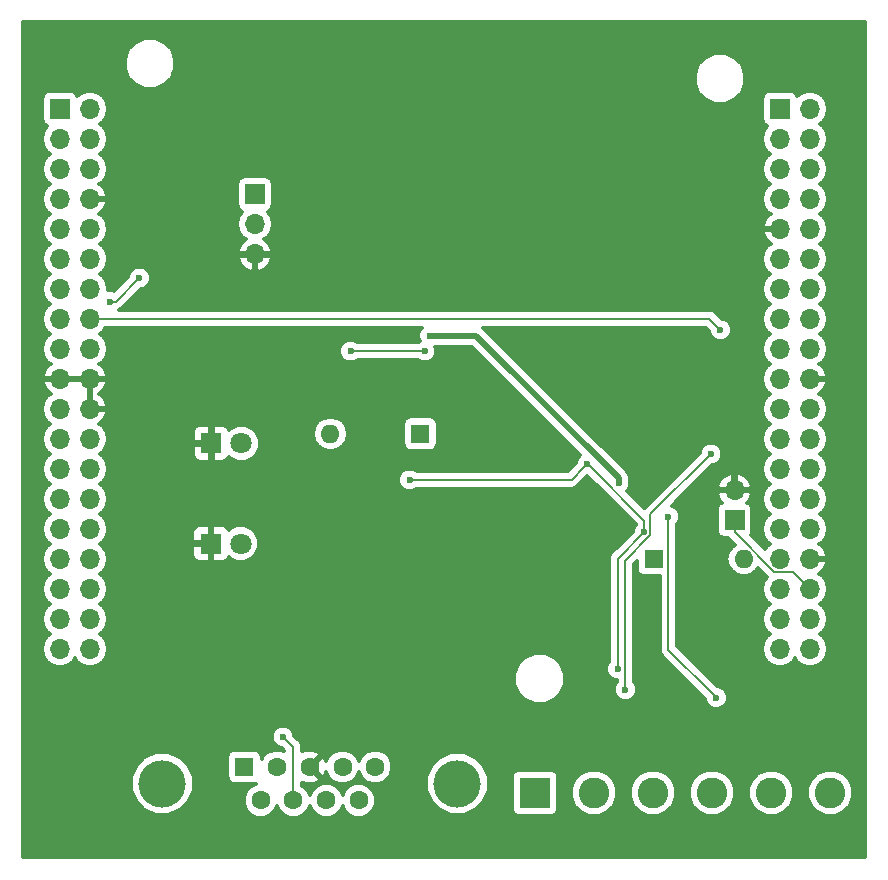
<source format=gbr>
G04 #@! TF.GenerationSoftware,KiCad,Pcbnew,5.0.2-bee76a0~70~ubuntu18.04.1*
G04 #@! TF.CreationDate,2019-08-08T23:41:47+02:00*
G04 #@! TF.ProjectId,adapterBoard,61646170-7465-4724-926f-6172642e6b69,rev?*
G04 #@! TF.SameCoordinates,Original*
G04 #@! TF.FileFunction,Copper,L2,Bot*
G04 #@! TF.FilePolarity,Positive*
%FSLAX46Y46*%
G04 Gerber Fmt 4.6, Leading zero omitted, Abs format (unit mm)*
G04 Created by KiCad (PCBNEW 5.0.2-bee76a0~70~ubuntu18.04.1) date Do 08 Aug 2019 23:41:47 CEST*
%MOMM*%
%LPD*%
G01*
G04 APERTURE LIST*
G04 #@! TA.AperFunction,ComponentPad*
%ADD10R,1.600000X1.600000*%
G04 #@! TD*
G04 #@! TA.AperFunction,ComponentPad*
%ADD11C,1.600000*%
G04 #@! TD*
G04 #@! TA.AperFunction,ComponentPad*
%ADD12C,4.000000*%
G04 #@! TD*
G04 #@! TA.AperFunction,ComponentPad*
%ADD13R,1.700000X1.700000*%
G04 #@! TD*
G04 #@! TA.AperFunction,ComponentPad*
%ADD14O,1.700000X1.700000*%
G04 #@! TD*
G04 #@! TA.AperFunction,ComponentPad*
%ADD15O,1.600000X1.600000*%
G04 #@! TD*
G04 #@! TA.AperFunction,ComponentPad*
%ADD16C,1.800000*%
G04 #@! TD*
G04 #@! TA.AperFunction,ComponentPad*
%ADD17R,1.800000X1.800000*%
G04 #@! TD*
G04 #@! TA.AperFunction,ComponentPad*
%ADD18R,2.600000X2.600000*%
G04 #@! TD*
G04 #@! TA.AperFunction,ComponentPad*
%ADD19C,2.600000*%
G04 #@! TD*
G04 #@! TA.AperFunction,ViaPad*
%ADD20C,0.600000*%
G04 #@! TD*
G04 #@! TA.AperFunction,Conductor*
%ADD21C,0.150000*%
G04 #@! TD*
G04 #@! TA.AperFunction,Conductor*
%ADD22C,0.200000*%
G04 #@! TD*
G04 #@! TA.AperFunction,Conductor*
%ADD23C,0.500000*%
G04 #@! TD*
G04 #@! TA.AperFunction,Conductor*
%ADD24C,0.300000*%
G04 #@! TD*
G04 APERTURE END LIST*
D10*
G04 #@! TO.P,J6,1*
G04 #@! TO.N,Net-(J6-Pad1)*
X143600000Y-102100000D03*
D11*
G04 #@! TO.P,J6,2*
G04 #@! TO.N,/CAN-*
X146370000Y-102100000D03*
G04 #@! TO.P,J6,3*
G04 #@! TO.N,GND*
X149140000Y-102100000D03*
G04 #@! TO.P,J6,4*
G04 #@! TO.N,Net-(J6-Pad4)*
X151910000Y-102100000D03*
G04 #@! TO.P,J6,5*
G04 #@! TO.N,Net-(J6-Pad5)*
X154680000Y-102100000D03*
G04 #@! TO.P,J6,6*
G04 #@! TO.N,Net-(J6-Pad6)*
X144985000Y-104940000D03*
G04 #@! TO.P,J6,7*
G04 #@! TO.N,/CAN+*
X147755000Y-104940000D03*
G04 #@! TO.P,J6,8*
G04 #@! TO.N,Net-(J6-Pad8)*
X150525000Y-104940000D03*
G04 #@! TO.P,J6,9*
G04 #@! TO.N,Net-(J6-Pad9)*
X153295000Y-104940000D03*
D12*
G04 #@! TO.P,J6,0*
G04 #@! TO.N,N/C*
X136640000Y-103520000D03*
X161640000Y-103520000D03*
G04 #@! TD*
D13*
G04 #@! TO.P,J7,1*
G04 #@! TO.N,/debugUART*
X185100000Y-81200000D03*
D14*
G04 #@! TO.P,J7,2*
G04 #@! TO.N,GND*
X185100000Y-78660000D03*
G04 #@! TD*
D13*
G04 #@! TO.P,J5,1*
G04 #@! TO.N,/SBUS_Inv*
X144500000Y-53620000D03*
D14*
G04 #@! TO.P,J5,2*
G04 #@! TO.N,Net-(C12-Pad1)*
X144500000Y-56160000D03*
G04 #@! TO.P,J5,3*
G04 #@! TO.N,GND*
X144500000Y-58700000D03*
G04 #@! TD*
D15*
G04 #@! TO.P,D6,2*
G04 #@! TO.N,+5V*
X150880000Y-73900000D03*
D10*
G04 #@! TO.P,D6,1*
G04 #@! TO.N,Net-(C8-Pad1)*
X158500000Y-73900000D03*
G04 #@! TD*
G04 #@! TO.P,D4,1*
G04 #@! TO.N,Net-(C5-Pad1)*
X178280000Y-84500000D03*
D15*
G04 #@! TO.P,D4,2*
G04 #@! TO.N,Net-(D3-Pad1)*
X185900000Y-84500000D03*
G04 #@! TD*
D16*
G04 #@! TO.P,D2,2*
G04 #@! TO.N,Net-(D2-Pad2)*
X143300000Y-83200000D03*
D17*
G04 #@! TO.P,D2,1*
G04 #@! TO.N,GND*
X140760000Y-83200000D03*
G04 #@! TD*
G04 #@! TO.P,D1,1*
G04 #@! TO.N,GND*
X140800000Y-74700000D03*
D16*
G04 #@! TO.P,D1,2*
G04 #@! TO.N,Net-(D1-Pad2)*
X143340000Y-74700000D03*
G04 #@! TD*
D18*
G04 #@! TO.P,J3,1*
G04 #@! TO.N,GNDPWR*
X168200000Y-104300000D03*
D19*
G04 #@! TO.P,J3,2*
G04 #@! TO.N,/SW01_L*
X173200000Y-104300000D03*
G04 #@! TO.P,J3,3*
G04 #@! TO.N,GNDPWR*
X178200000Y-104300000D03*
G04 #@! TO.P,J3,4*
G04 #@! TO.N,/SW02_L*
X183200000Y-104300000D03*
G04 #@! TO.P,J3,5*
G04 #@! TO.N,GNDPWR*
X188200000Y-104300000D03*
G04 #@! TO.P,J3,6*
G04 #@! TO.N,VBUS*
X193200000Y-104300000D03*
G04 #@! TD*
D14*
G04 #@! TO.P,J2,38*
G04 #@! TO.N,Net-(J2-Pad38)*
X191490000Y-92100000D03*
G04 #@! TO.P,J2,37*
G04 #@! TO.N,Net-(J2-Pad37)*
X188950000Y-92100000D03*
G04 #@! TO.P,J2,36*
G04 #@! TO.N,Net-(J2-Pad36)*
X191490000Y-89560000D03*
G04 #@! TO.P,J2,35*
G04 #@! TO.N,Net-(J2-Pad35)*
X188950000Y-89560000D03*
G04 #@! TO.P,J2,34*
G04 #@! TO.N,/debugUART*
X191490000Y-87020000D03*
G04 #@! TO.P,J2,33*
G04 #@! TO.N,Net-(J2-Pad33)*
X188950000Y-87020000D03*
G04 #@! TO.P,J2,32*
G04 #@! TO.N,GND*
X191490000Y-84480000D03*
G04 #@! TO.P,J2,31*
G04 #@! TO.N,Net-(J2-Pad31)*
X188950000Y-84480000D03*
G04 #@! TO.P,J2,30*
G04 #@! TO.N,Net-(J2-Pad30)*
X191490000Y-81940000D03*
G04 #@! TO.P,J2,29*
G04 #@! TO.N,/SW02*
X188950000Y-81940000D03*
G04 #@! TO.P,J2,28*
G04 #@! TO.N,Net-(J2-Pad28)*
X191490000Y-79400000D03*
G04 #@! TO.P,J2,27*
G04 #@! TO.N,/SW01*
X188950000Y-79400000D03*
G04 #@! TO.P,J2,26*
G04 #@! TO.N,Net-(J2-Pad26)*
X191490000Y-76860000D03*
G04 #@! TO.P,J2,25*
G04 #@! TO.N,Net-(J2-Pad25)*
X188950000Y-76860000D03*
G04 #@! TO.P,J2,24*
G04 #@! TO.N,Net-(J2-Pad24)*
X191490000Y-74320000D03*
G04 #@! TO.P,J2,23*
G04 #@! TO.N,Net-(J2-Pad23)*
X188950000Y-74320000D03*
G04 #@! TO.P,J2,22*
G04 #@! TO.N,Net-(J2-Pad22)*
X191490000Y-71780000D03*
G04 #@! TO.P,J2,21*
G04 #@! TO.N,Net-(J2-Pad21)*
X188950000Y-71780000D03*
G04 #@! TO.P,J2,20*
G04 #@! TO.N,GND*
X191490000Y-69240000D03*
G04 #@! TO.P,J2,19*
G04 #@! TO.N,Net-(J2-Pad19)*
X188950000Y-69240000D03*
G04 #@! TO.P,J2,18*
G04 #@! TO.N,Net-(J2-Pad18)*
X191490000Y-66700000D03*
G04 #@! TO.P,J2,17*
G04 #@! TO.N,Net-(J2-Pad17)*
X188950000Y-66700000D03*
G04 #@! TO.P,J2,16*
G04 #@! TO.N,Net-(J2-Pad16)*
X191490000Y-64160000D03*
G04 #@! TO.P,J2,15*
G04 #@! TO.N,Net-(J2-Pad15)*
X188950000Y-64160000D03*
G04 #@! TO.P,J2,14*
G04 #@! TO.N,/CAN_RX*
X191490000Y-61620000D03*
G04 #@! TO.P,J2,13*
G04 #@! TO.N,Net-(J2-Pad13)*
X188950000Y-61620000D03*
G04 #@! TO.P,J2,12*
G04 #@! TO.N,/CAN_TX*
X191490000Y-59080000D03*
G04 #@! TO.P,J2,11*
G04 #@! TO.N,Net-(J2-Pad11)*
X188950000Y-59080000D03*
G04 #@! TO.P,J2,10*
G04 #@! TO.N,Net-(J2-Pad10)*
X191490000Y-56540000D03*
G04 #@! TO.P,J2,9*
G04 #@! TO.N,GND*
X188950000Y-56540000D03*
G04 #@! TO.P,J2,8*
G04 #@! TO.N,Net-(J2-Pad8)*
X191490000Y-54000000D03*
G04 #@! TO.P,J2,7*
G04 #@! TO.N,Net-(J2-Pad7)*
X188950000Y-54000000D03*
G04 #@! TO.P,J2,6*
G04 #@! TO.N,Net-(J2-Pad6)*
X191490000Y-51460000D03*
G04 #@! TO.P,J2,5*
G04 #@! TO.N,Net-(J2-Pad5)*
X188950000Y-51460000D03*
G04 #@! TO.P,J2,4*
G04 #@! TO.N,Net-(J2-Pad4)*
X191490000Y-48920000D03*
G04 #@! TO.P,J2,3*
G04 #@! TO.N,Net-(J2-Pad3)*
X188950000Y-48920000D03*
G04 #@! TO.P,J2,2*
G04 #@! TO.N,Net-(J2-Pad2)*
X191490000Y-46380000D03*
D13*
G04 #@! TO.P,J2,1*
G04 #@! TO.N,Net-(J2-Pad1)*
X188950000Y-46380000D03*
G04 #@! TD*
G04 #@! TO.P,J1,1*
G04 #@! TO.N,Net-(J1-Pad1)*
X127990000Y-46380000D03*
D14*
G04 #@! TO.P,J1,2*
G04 #@! TO.N,Net-(J1-Pad2)*
X130530000Y-46380000D03*
G04 #@! TO.P,J1,3*
G04 #@! TO.N,Net-(J1-Pad3)*
X127990000Y-48920000D03*
G04 #@! TO.P,J1,4*
G04 #@! TO.N,Net-(J1-Pad4)*
X130530000Y-48920000D03*
G04 #@! TO.P,J1,5*
G04 #@! TO.N,Net-(J1-Pad5)*
X127990000Y-51460000D03*
G04 #@! TO.P,J1,6*
G04 #@! TO.N,Net-(J1-Pad6)*
X130530000Y-51460000D03*
G04 #@! TO.P,J1,7*
G04 #@! TO.N,Net-(J1-Pad7)*
X127990000Y-54000000D03*
G04 #@! TO.P,J1,8*
G04 #@! TO.N,GND*
X130530000Y-54000000D03*
G04 #@! TO.P,J1,9*
G04 #@! TO.N,Net-(J1-Pad9)*
X127990000Y-56540000D03*
G04 #@! TO.P,J1,10*
G04 #@! TO.N,Net-(J1-Pad10)*
X130530000Y-56540000D03*
G04 #@! TO.P,J1,11*
G04 #@! TO.N,Net-(J1-Pad11)*
X127990000Y-59080000D03*
G04 #@! TO.P,J1,12*
G04 #@! TO.N,Net-(J1-Pad12)*
X130530000Y-59080000D03*
G04 #@! TO.P,J1,13*
G04 #@! TO.N,Net-(J1-Pad13)*
X127990000Y-61620000D03*
G04 #@! TO.P,J1,14*
G04 #@! TO.N,Net-(J1-Pad14)*
X130530000Y-61620000D03*
G04 #@! TO.P,J1,15*
G04 #@! TO.N,Net-(J1-Pad15)*
X127990000Y-64160000D03*
G04 #@! TO.P,J1,16*
G04 #@! TO.N,+3V3*
X130530000Y-64160000D03*
G04 #@! TO.P,J1,17*
G04 #@! TO.N,/SBUS*
X127990000Y-66700000D03*
G04 #@! TO.P,J1,18*
G04 #@! TO.N,+5V*
X130530000Y-66700000D03*
G04 #@! TO.P,J1,19*
G04 #@! TO.N,GND*
X127990000Y-69240000D03*
G04 #@! TO.P,J1,20*
X130530000Y-69240000D03*
G04 #@! TO.P,J1,21*
G04 #@! TO.N,/LED_Operational*
X127990000Y-71780000D03*
G04 #@! TO.P,J1,22*
G04 #@! TO.N,GND*
X130530000Y-71780000D03*
G04 #@! TO.P,J1,23*
G04 #@! TO.N,/LED_RemoteControlOK*
X127990000Y-74320000D03*
G04 #@! TO.P,J1,24*
G04 #@! TO.N,Net-(J1-Pad24)*
X130530000Y-74320000D03*
G04 #@! TO.P,J1,25*
G04 #@! TO.N,Net-(J1-Pad25)*
X127990000Y-76860000D03*
G04 #@! TO.P,J1,26*
G04 #@! TO.N,Net-(J1-Pad26)*
X130530000Y-76860000D03*
G04 #@! TO.P,J1,27*
G04 #@! TO.N,Net-(J1-Pad27)*
X127990000Y-79400000D03*
G04 #@! TO.P,J1,28*
G04 #@! TO.N,Net-(J1-Pad28)*
X130530000Y-79400000D03*
G04 #@! TO.P,J1,29*
G04 #@! TO.N,Net-(J1-Pad29)*
X127990000Y-81940000D03*
G04 #@! TO.P,J1,30*
G04 #@! TO.N,/ReceiverRSSI*
X130530000Y-81940000D03*
G04 #@! TO.P,J1,31*
G04 #@! TO.N,Net-(J1-Pad31)*
X127990000Y-84480000D03*
G04 #@! TO.P,J1,32*
G04 #@! TO.N,Net-(J1-Pad32)*
X130530000Y-84480000D03*
G04 #@! TO.P,J1,33*
G04 #@! TO.N,Net-(J1-Pad33)*
X127990000Y-87020000D03*
G04 #@! TO.P,J1,34*
G04 #@! TO.N,Net-(J1-Pad34)*
X130530000Y-87020000D03*
G04 #@! TO.P,J1,35*
G04 #@! TO.N,Net-(J1-Pad35)*
X127990000Y-89560000D03*
G04 #@! TO.P,J1,36*
G04 #@! TO.N,Net-(J1-Pad36)*
X130530000Y-89560000D03*
G04 #@! TO.P,J1,37*
G04 #@! TO.N,Net-(J1-Pad37)*
X127990000Y-92100000D03*
G04 #@! TO.P,J1,38*
G04 #@! TO.N,Net-(J1-Pad38)*
X130530000Y-92100000D03*
G04 #@! TD*
D20*
G04 #@! TO.N,+5V*
X177450000Y-82250000D03*
X157600000Y-77800000D03*
X175200000Y-93800000D03*
X132250000Y-62700000D03*
X134700000Y-60700000D03*
X172650000Y-76450000D03*
G04 #@! TO.N,GND*
X192300000Y-41250000D03*
X178250000Y-41150000D03*
X177700000Y-51050000D03*
X174900000Y-61000000D03*
X168050000Y-50150000D03*
X167900000Y-61750000D03*
X157600000Y-58650000D03*
X155450000Y-49600000D03*
X145100000Y-48650000D03*
X135600000Y-48300000D03*
X142000000Y-41950000D03*
X127050000Y-41050000D03*
X137350000Y-66550000D03*
X152850000Y-78550000D03*
X152800000Y-90300000D03*
X136950000Y-89700000D03*
X128000000Y-99750000D03*
X128100000Y-108350000D03*
X136650000Y-108700000D03*
X161650000Y-107950000D03*
X149600000Y-108350000D03*
X163350000Y-98600000D03*
X164450000Y-88500000D03*
X173700000Y-92300000D03*
X194650000Y-93650000D03*
X194700000Y-77800000D03*
X194650000Y-64300000D03*
X194750000Y-51550000D03*
X181200000Y-70350000D03*
X170800000Y-67850000D03*
X163700000Y-72800000D03*
X169150000Y-87300000D03*
X169850000Y-90400000D03*
X171500000Y-83250000D03*
X160000000Y-41750000D03*
X136900000Y-77750000D03*
G04 #@! TO.N,/SW02_L*
X179500000Y-80900000D03*
X183550004Y-96250000D03*
G04 #@! TO.N,/SW01_L*
X175850000Y-95550000D03*
X183100000Y-75600000D03*
G04 #@! TO.N,Net-(C9-Pad2)*
X158900000Y-66900000D03*
X152600000Y-66900000D03*
G04 #@! TO.N,Net-(C5-Pad1)*
X175300000Y-78100000D03*
X159300000Y-65600000D03*
G04 #@! TO.N,+3V3*
X183900000Y-65100000D03*
G04 #@! TO.N,/CAN+*
X146866084Y-99556084D03*
G04 #@! TD*
D21*
G04 #@! TO.N,+5V*
X177450000Y-82250000D02*
X175200000Y-84500000D01*
X175200000Y-84500000D02*
X175200000Y-93800000D01*
D22*
X132250000Y-62700000D02*
X132700000Y-62700000D01*
X132700000Y-62700000D02*
X134700000Y-60700000D01*
D21*
X177450000Y-81250000D02*
X172949999Y-76749999D01*
X177450000Y-82250000D02*
X177450000Y-81250000D01*
X172949999Y-76749999D02*
X172650000Y-76450000D01*
X157600000Y-77800000D02*
X171300000Y-77800000D01*
X172350001Y-76749999D02*
X172650000Y-76450000D01*
X171300000Y-77800000D02*
X172350001Y-76749999D01*
G04 #@! TO.N,/SW02_L*
X179500000Y-92199996D02*
X183250005Y-95950001D01*
X179500000Y-80900000D02*
X179500000Y-92199996D01*
X183250005Y-95950001D02*
X183550004Y-96250000D01*
G04 #@! TO.N,/SW01_L*
X177975001Y-80724999D02*
X183100000Y-75600000D01*
X175850000Y-95550000D02*
X175850000Y-84627002D01*
X177975001Y-82502001D02*
X177975001Y-80724999D01*
X175850000Y-84627002D02*
X177975001Y-82502001D01*
D22*
G04 #@! TO.N,Net-(C9-Pad2)*
X158900000Y-66900000D02*
X152600000Y-66900000D01*
D23*
G04 #@! TO.N,Net-(C5-Pad1)*
X159724264Y-65600000D02*
X159300000Y-65600000D01*
X175300000Y-78100000D02*
X175300000Y-77675736D01*
X175300000Y-77675736D02*
X163224264Y-65600000D01*
X163224264Y-65600000D02*
X159724264Y-65600000D01*
D22*
G04 #@! TO.N,+3V3*
X130530000Y-64160000D02*
X182960000Y-64160000D01*
X182960000Y-64160000D02*
X183900000Y-65100000D01*
G04 #@! TO.N,/CAN+*
X147755000Y-100445000D02*
X147166083Y-99856083D01*
X147755000Y-104940000D02*
X147755000Y-100445000D01*
X147166083Y-99856083D02*
X146866084Y-99556084D01*
G04 #@! TO.N,/debugUART*
X190050001Y-85580001D02*
X188480001Y-85580001D01*
X188480001Y-85580001D02*
X185100000Y-82200000D01*
X185100000Y-82200000D02*
X185100000Y-81200000D01*
X191490000Y-87020000D02*
X190050001Y-85580001D01*
G04 #@! TD*
D24*
G04 #@! TO.N,GND*
G36*
X196150000Y-109750000D02*
X124850000Y-109750000D01*
X124850000Y-102991291D01*
X133982000Y-102991291D01*
X133982000Y-104048709D01*
X134386657Y-105025636D01*
X135134364Y-105773343D01*
X136111291Y-106178000D01*
X137168709Y-106178000D01*
X138145636Y-105773343D01*
X138893343Y-105025636D01*
X139298000Y-104048709D01*
X139298000Y-102991291D01*
X138893343Y-102014364D01*
X138178979Y-101300000D01*
X142129110Y-101300000D01*
X142129110Y-102900000D01*
X142180178Y-103156738D01*
X142325609Y-103374391D01*
X142543262Y-103519822D01*
X142800000Y-103570890D01*
X144400000Y-103570890D01*
X144554652Y-103540128D01*
X144159109Y-103703967D01*
X143748967Y-104114109D01*
X143527000Y-104649986D01*
X143527000Y-105230014D01*
X143748967Y-105765891D01*
X144159109Y-106176033D01*
X144694986Y-106398000D01*
X145275014Y-106398000D01*
X145810891Y-106176033D01*
X146221033Y-105765891D01*
X146370000Y-105406252D01*
X146518967Y-105765891D01*
X146929109Y-106176033D01*
X147464986Y-106398000D01*
X148045014Y-106398000D01*
X148580891Y-106176033D01*
X148991033Y-105765891D01*
X149140000Y-105406252D01*
X149288967Y-105765891D01*
X149699109Y-106176033D01*
X150234986Y-106398000D01*
X150815014Y-106398000D01*
X151350891Y-106176033D01*
X151761033Y-105765891D01*
X151910000Y-105406252D01*
X152058967Y-105765891D01*
X152469109Y-106176033D01*
X153004986Y-106398000D01*
X153585014Y-106398000D01*
X154120891Y-106176033D01*
X154531033Y-105765891D01*
X154753000Y-105230014D01*
X154753000Y-104649986D01*
X154531033Y-104114109D01*
X154120891Y-103703967D01*
X153585014Y-103482000D01*
X153004986Y-103482000D01*
X152469109Y-103703967D01*
X152058967Y-104114109D01*
X151910000Y-104473748D01*
X151761033Y-104114109D01*
X151350891Y-103703967D01*
X150815014Y-103482000D01*
X150234986Y-103482000D01*
X149699109Y-103703967D01*
X149288967Y-104114109D01*
X149140000Y-104473748D01*
X148991033Y-104114109D01*
X148580891Y-103703967D01*
X148513000Y-103675846D01*
X148513000Y-103421610D01*
X148894946Y-103566228D01*
X149474701Y-103548397D01*
X149927502Y-103360839D01*
X149998404Y-103105483D01*
X149140000Y-102247078D01*
X149125858Y-102261221D01*
X148978779Y-102114142D01*
X148992922Y-102100000D01*
X149287078Y-102100000D01*
X150145483Y-102958404D01*
X150400839Y-102887502D01*
X150523681Y-102563067D01*
X150673967Y-102925891D01*
X151084109Y-103336033D01*
X151619986Y-103558000D01*
X152200014Y-103558000D01*
X152735891Y-103336033D01*
X153146033Y-102925891D01*
X153295000Y-102566252D01*
X153443967Y-102925891D01*
X153854109Y-103336033D01*
X154389986Y-103558000D01*
X154970014Y-103558000D01*
X155505891Y-103336033D01*
X155850633Y-102991291D01*
X158982000Y-102991291D01*
X158982000Y-104048709D01*
X159386657Y-105025636D01*
X160134364Y-105773343D01*
X161111291Y-106178000D01*
X162168709Y-106178000D01*
X163145636Y-105773343D01*
X163893343Y-105025636D01*
X164298000Y-104048709D01*
X164298000Y-103000000D01*
X166229110Y-103000000D01*
X166229110Y-105600000D01*
X166280178Y-105856738D01*
X166425609Y-106074391D01*
X166643262Y-106219822D01*
X166900000Y-106270890D01*
X169500000Y-106270890D01*
X169756738Y-106219822D01*
X169974391Y-106074391D01*
X170119822Y-105856738D01*
X170170890Y-105600000D01*
X170170890Y-103910530D01*
X171242000Y-103910530D01*
X171242000Y-104689470D01*
X171540088Y-105409118D01*
X172090882Y-105959912D01*
X172810530Y-106258000D01*
X173589470Y-106258000D01*
X174309118Y-105959912D01*
X174859912Y-105409118D01*
X175158000Y-104689470D01*
X175158000Y-103910530D01*
X176242000Y-103910530D01*
X176242000Y-104689470D01*
X176540088Y-105409118D01*
X177090882Y-105959912D01*
X177810530Y-106258000D01*
X178589470Y-106258000D01*
X179309118Y-105959912D01*
X179859912Y-105409118D01*
X180158000Y-104689470D01*
X180158000Y-103910530D01*
X181242000Y-103910530D01*
X181242000Y-104689470D01*
X181540088Y-105409118D01*
X182090882Y-105959912D01*
X182810530Y-106258000D01*
X183589470Y-106258000D01*
X184309118Y-105959912D01*
X184859912Y-105409118D01*
X185158000Y-104689470D01*
X185158000Y-103910530D01*
X186242000Y-103910530D01*
X186242000Y-104689470D01*
X186540088Y-105409118D01*
X187090882Y-105959912D01*
X187810530Y-106258000D01*
X188589470Y-106258000D01*
X189309118Y-105959912D01*
X189859912Y-105409118D01*
X190158000Y-104689470D01*
X190158000Y-103910530D01*
X191242000Y-103910530D01*
X191242000Y-104689470D01*
X191540088Y-105409118D01*
X192090882Y-105959912D01*
X192810530Y-106258000D01*
X193589470Y-106258000D01*
X194309118Y-105959912D01*
X194859912Y-105409118D01*
X195158000Y-104689470D01*
X195158000Y-103910530D01*
X194859912Y-103190882D01*
X194309118Y-102640088D01*
X193589470Y-102342000D01*
X192810530Y-102342000D01*
X192090882Y-102640088D01*
X191540088Y-103190882D01*
X191242000Y-103910530D01*
X190158000Y-103910530D01*
X189859912Y-103190882D01*
X189309118Y-102640088D01*
X188589470Y-102342000D01*
X187810530Y-102342000D01*
X187090882Y-102640088D01*
X186540088Y-103190882D01*
X186242000Y-103910530D01*
X185158000Y-103910530D01*
X184859912Y-103190882D01*
X184309118Y-102640088D01*
X183589470Y-102342000D01*
X182810530Y-102342000D01*
X182090882Y-102640088D01*
X181540088Y-103190882D01*
X181242000Y-103910530D01*
X180158000Y-103910530D01*
X179859912Y-103190882D01*
X179309118Y-102640088D01*
X178589470Y-102342000D01*
X177810530Y-102342000D01*
X177090882Y-102640088D01*
X176540088Y-103190882D01*
X176242000Y-103910530D01*
X175158000Y-103910530D01*
X174859912Y-103190882D01*
X174309118Y-102640088D01*
X173589470Y-102342000D01*
X172810530Y-102342000D01*
X172090882Y-102640088D01*
X171540088Y-103190882D01*
X171242000Y-103910530D01*
X170170890Y-103910530D01*
X170170890Y-103000000D01*
X170119822Y-102743262D01*
X169974391Y-102525609D01*
X169756738Y-102380178D01*
X169500000Y-102329110D01*
X166900000Y-102329110D01*
X166643262Y-102380178D01*
X166425609Y-102525609D01*
X166280178Y-102743262D01*
X166229110Y-103000000D01*
X164298000Y-103000000D01*
X164298000Y-102991291D01*
X163893343Y-102014364D01*
X163145636Y-101266657D01*
X162168709Y-100862000D01*
X161111291Y-100862000D01*
X160134364Y-101266657D01*
X159386657Y-102014364D01*
X158982000Y-102991291D01*
X155850633Y-102991291D01*
X155916033Y-102925891D01*
X156138000Y-102390014D01*
X156138000Y-101809986D01*
X155916033Y-101274109D01*
X155505891Y-100863967D01*
X154970014Y-100642000D01*
X154389986Y-100642000D01*
X153854109Y-100863967D01*
X153443967Y-101274109D01*
X153295000Y-101633748D01*
X153146033Y-101274109D01*
X152735891Y-100863967D01*
X152200014Y-100642000D01*
X151619986Y-100642000D01*
X151084109Y-100863967D01*
X150673967Y-101274109D01*
X150529453Y-101622997D01*
X150400839Y-101312498D01*
X150145483Y-101241596D01*
X149287078Y-102100000D01*
X148992922Y-102100000D01*
X148978779Y-102085858D01*
X149125858Y-101938779D01*
X149140000Y-101952922D01*
X149998404Y-101094517D01*
X149927502Y-100839161D01*
X149385054Y-100633772D01*
X148805299Y-100651603D01*
X148513000Y-100772678D01*
X148513000Y-100519650D01*
X148527849Y-100444999D01*
X148513000Y-100370349D01*
X148513000Y-100370344D01*
X148469020Y-100149243D01*
X148301487Y-99898513D01*
X148238199Y-99856225D01*
X147824084Y-99442111D01*
X147824084Y-99365526D01*
X147678237Y-99013421D01*
X147408747Y-98743931D01*
X147056642Y-98598084D01*
X146675526Y-98598084D01*
X146323421Y-98743931D01*
X146053931Y-99013421D01*
X145908084Y-99365526D01*
X145908084Y-99746642D01*
X146053931Y-100098747D01*
X146323421Y-100368237D01*
X146675526Y-100514084D01*
X146752111Y-100514084D01*
X146997001Y-100758975D01*
X146997001Y-100781584D01*
X146660014Y-100642000D01*
X146079986Y-100642000D01*
X145544109Y-100863967D01*
X145133967Y-101274109D01*
X145070890Y-101426391D01*
X145070890Y-101300000D01*
X145019822Y-101043262D01*
X144874391Y-100825609D01*
X144656738Y-100680178D01*
X144400000Y-100629110D01*
X142800000Y-100629110D01*
X142543262Y-100680178D01*
X142325609Y-100825609D01*
X142180178Y-101043262D01*
X142129110Y-101300000D01*
X138178979Y-101300000D01*
X138145636Y-101266657D01*
X137168709Y-100862000D01*
X136111291Y-100862000D01*
X135134364Y-101266657D01*
X134386657Y-102014364D01*
X133982000Y-102991291D01*
X124850000Y-102991291D01*
X124850000Y-94210747D01*
X166452000Y-94210747D01*
X166452000Y-95069253D01*
X166780536Y-95862409D01*
X167387591Y-96469464D01*
X168180747Y-96798000D01*
X169039253Y-96798000D01*
X169832409Y-96469464D01*
X170439464Y-95862409D01*
X170768000Y-95069253D01*
X170768000Y-94210747D01*
X170439464Y-93417591D01*
X169832409Y-92810536D01*
X169039253Y-92482000D01*
X168180747Y-92482000D01*
X167387591Y-92810536D01*
X166780536Y-93417591D01*
X166452000Y-94210747D01*
X124850000Y-94210747D01*
X124850000Y-71780000D01*
X126452457Y-71780000D01*
X126569495Y-72368392D01*
X126902793Y-72867207D01*
X127176362Y-73050000D01*
X126902793Y-73232793D01*
X126569495Y-73731608D01*
X126452457Y-74320000D01*
X126569495Y-74908392D01*
X126902793Y-75407207D01*
X127176362Y-75590000D01*
X126902793Y-75772793D01*
X126569495Y-76271608D01*
X126452457Y-76860000D01*
X126569495Y-77448392D01*
X126902793Y-77947207D01*
X127176362Y-78130000D01*
X126902793Y-78312793D01*
X126569495Y-78811608D01*
X126452457Y-79400000D01*
X126569495Y-79988392D01*
X126902793Y-80487207D01*
X127176362Y-80670000D01*
X126902793Y-80852793D01*
X126569495Y-81351608D01*
X126452457Y-81940000D01*
X126569495Y-82528392D01*
X126902793Y-83027207D01*
X127176362Y-83210000D01*
X126902793Y-83392793D01*
X126569495Y-83891608D01*
X126452457Y-84480000D01*
X126569495Y-85068392D01*
X126902793Y-85567207D01*
X127176362Y-85750000D01*
X126902793Y-85932793D01*
X126569495Y-86431608D01*
X126452457Y-87020000D01*
X126569495Y-87608392D01*
X126902793Y-88107207D01*
X127176362Y-88290000D01*
X126902793Y-88472793D01*
X126569495Y-88971608D01*
X126452457Y-89560000D01*
X126569495Y-90148392D01*
X126902793Y-90647207D01*
X127176362Y-90830000D01*
X126902793Y-91012793D01*
X126569495Y-91511608D01*
X126452457Y-92100000D01*
X126569495Y-92688392D01*
X126902793Y-93187207D01*
X127401608Y-93520505D01*
X127841477Y-93608000D01*
X128138523Y-93608000D01*
X128578392Y-93520505D01*
X129077207Y-93187207D01*
X129260000Y-92913638D01*
X129442793Y-93187207D01*
X129941608Y-93520505D01*
X130381477Y-93608000D01*
X130678523Y-93608000D01*
X131118392Y-93520505D01*
X131617207Y-93187207D01*
X131950505Y-92688392D01*
X132067543Y-92100000D01*
X131950505Y-91511608D01*
X131617207Y-91012793D01*
X131343638Y-90830000D01*
X131617207Y-90647207D01*
X131950505Y-90148392D01*
X132067543Y-89560000D01*
X131950505Y-88971608D01*
X131617207Y-88472793D01*
X131343638Y-88290000D01*
X131617207Y-88107207D01*
X131950505Y-87608392D01*
X132067543Y-87020000D01*
X131950505Y-86431608D01*
X131617207Y-85932793D01*
X131343638Y-85750000D01*
X131617207Y-85567207D01*
X131950505Y-85068392D01*
X132067543Y-84480000D01*
X131950505Y-83891608D01*
X131667793Y-83468500D01*
X139202000Y-83468500D01*
X139202000Y-84230885D01*
X139302175Y-84472727D01*
X139487273Y-84657826D01*
X139729116Y-84758000D01*
X140491500Y-84758000D01*
X140656000Y-84593500D01*
X140656000Y-83304000D01*
X139366500Y-83304000D01*
X139202000Y-83468500D01*
X131667793Y-83468500D01*
X131617207Y-83392793D01*
X131343638Y-83210000D01*
X131617207Y-83027207D01*
X131950505Y-82528392D01*
X132021969Y-82169115D01*
X139202000Y-82169115D01*
X139202000Y-82931500D01*
X139366500Y-83096000D01*
X140656000Y-83096000D01*
X140656000Y-81806500D01*
X140864000Y-81806500D01*
X140864000Y-83096000D01*
X140884000Y-83096000D01*
X140884000Y-83304000D01*
X140864000Y-83304000D01*
X140864000Y-84593500D01*
X141028500Y-84758000D01*
X141790884Y-84758000D01*
X142032727Y-84657826D01*
X142217825Y-84472727D01*
X142262215Y-84365560D01*
X142417464Y-84520809D01*
X142990095Y-84758000D01*
X143609905Y-84758000D01*
X144182536Y-84520809D01*
X144620809Y-84082536D01*
X144858000Y-83509905D01*
X144858000Y-82890095D01*
X144620809Y-82317464D01*
X144182536Y-81879191D01*
X143609905Y-81642000D01*
X142990095Y-81642000D01*
X142417464Y-81879191D01*
X142262215Y-82034440D01*
X142217825Y-81927273D01*
X142032727Y-81742174D01*
X141790884Y-81642000D01*
X141028500Y-81642000D01*
X140864000Y-81806500D01*
X140656000Y-81806500D01*
X140491500Y-81642000D01*
X139729116Y-81642000D01*
X139487273Y-81742174D01*
X139302175Y-81927273D01*
X139202000Y-82169115D01*
X132021969Y-82169115D01*
X132067543Y-81940000D01*
X131950505Y-81351608D01*
X131617207Y-80852793D01*
X131343638Y-80670000D01*
X131617207Y-80487207D01*
X131950505Y-79988392D01*
X132067543Y-79400000D01*
X131950505Y-78811608D01*
X131617207Y-78312793D01*
X131343638Y-78130000D01*
X131617207Y-77947207D01*
X131950505Y-77448392D01*
X132067543Y-76860000D01*
X131950505Y-76271608D01*
X131617207Y-75772793D01*
X131343638Y-75590000D01*
X131617207Y-75407207D01*
X131910342Y-74968500D01*
X139242000Y-74968500D01*
X139242000Y-75730885D01*
X139342175Y-75972727D01*
X139527273Y-76157826D01*
X139769116Y-76258000D01*
X140531500Y-76258000D01*
X140696000Y-76093500D01*
X140696000Y-74804000D01*
X139406500Y-74804000D01*
X139242000Y-74968500D01*
X131910342Y-74968500D01*
X131950505Y-74908392D01*
X132067543Y-74320000D01*
X131950505Y-73731608D01*
X131908749Y-73669115D01*
X139242000Y-73669115D01*
X139242000Y-74431500D01*
X139406500Y-74596000D01*
X140696000Y-74596000D01*
X140696000Y-73306500D01*
X140904000Y-73306500D01*
X140904000Y-74596000D01*
X140924000Y-74596000D01*
X140924000Y-74804000D01*
X140904000Y-74804000D01*
X140904000Y-76093500D01*
X141068500Y-76258000D01*
X141830884Y-76258000D01*
X142072727Y-76157826D01*
X142257825Y-75972727D01*
X142302215Y-75865560D01*
X142457464Y-76020809D01*
X143030095Y-76258000D01*
X143649905Y-76258000D01*
X144222536Y-76020809D01*
X144660809Y-75582536D01*
X144898000Y-75009905D01*
X144898000Y-74390095D01*
X144694997Y-73900000D01*
X149393437Y-73900000D01*
X149506595Y-74468883D01*
X149828841Y-74951159D01*
X150311117Y-75273405D01*
X150736404Y-75358000D01*
X151023596Y-75358000D01*
X151448883Y-75273405D01*
X151931159Y-74951159D01*
X152253405Y-74468883D01*
X152366563Y-73900000D01*
X152253405Y-73331117D01*
X152098978Y-73100000D01*
X157029110Y-73100000D01*
X157029110Y-74700000D01*
X157080178Y-74956738D01*
X157225609Y-75174391D01*
X157443262Y-75319822D01*
X157700000Y-75370890D01*
X159300000Y-75370890D01*
X159556738Y-75319822D01*
X159774391Y-75174391D01*
X159919822Y-74956738D01*
X159970890Y-74700000D01*
X159970890Y-73100000D01*
X159919822Y-72843262D01*
X159774391Y-72625609D01*
X159556738Y-72480178D01*
X159300000Y-72429110D01*
X157700000Y-72429110D01*
X157443262Y-72480178D01*
X157225609Y-72625609D01*
X157080178Y-72843262D01*
X157029110Y-73100000D01*
X152098978Y-73100000D01*
X151931159Y-72848841D01*
X151448883Y-72526595D01*
X151023596Y-72442000D01*
X150736404Y-72442000D01*
X150311117Y-72526595D01*
X149828841Y-72848841D01*
X149506595Y-73331117D01*
X149393437Y-73900000D01*
X144694997Y-73900000D01*
X144660809Y-73817464D01*
X144222536Y-73379191D01*
X143649905Y-73142000D01*
X143030095Y-73142000D01*
X142457464Y-73379191D01*
X142302215Y-73534440D01*
X142257825Y-73427273D01*
X142072727Y-73242174D01*
X141830884Y-73142000D01*
X141068500Y-73142000D01*
X140904000Y-73306500D01*
X140696000Y-73306500D01*
X140531500Y-73142000D01*
X139769116Y-73142000D01*
X139527273Y-73242174D01*
X139342175Y-73427273D01*
X139242000Y-73669115D01*
X131908749Y-73669115D01*
X131617207Y-73232793D01*
X131330977Y-73041540D01*
X131404730Y-73008387D01*
X131808228Y-72580137D01*
X131999619Y-72118061D01*
X131869469Y-71884000D01*
X130634000Y-71884000D01*
X130634000Y-71904000D01*
X130426000Y-71904000D01*
X130426000Y-71884000D01*
X130406000Y-71884000D01*
X130406000Y-71676000D01*
X130426000Y-71676000D01*
X130426000Y-69344000D01*
X130634000Y-69344000D01*
X130634000Y-71676000D01*
X131869469Y-71676000D01*
X131999619Y-71441939D01*
X131808228Y-70979863D01*
X131404730Y-70551613D01*
X131312156Y-70510000D01*
X131404730Y-70468387D01*
X131808228Y-70040137D01*
X131999619Y-69578061D01*
X131869469Y-69344000D01*
X130634000Y-69344000D01*
X130426000Y-69344000D01*
X128094000Y-69344000D01*
X128094000Y-69364000D01*
X127886000Y-69364000D01*
X127886000Y-69344000D01*
X126650531Y-69344000D01*
X126520381Y-69578061D01*
X126711772Y-70040137D01*
X127115270Y-70468387D01*
X127189023Y-70501540D01*
X126902793Y-70692793D01*
X126569495Y-71191608D01*
X126452457Y-71780000D01*
X124850000Y-71780000D01*
X124850000Y-48920000D01*
X126452457Y-48920000D01*
X126569495Y-49508392D01*
X126902793Y-50007207D01*
X127176362Y-50190000D01*
X126902793Y-50372793D01*
X126569495Y-50871608D01*
X126452457Y-51460000D01*
X126569495Y-52048392D01*
X126902793Y-52547207D01*
X127176362Y-52730000D01*
X126902793Y-52912793D01*
X126569495Y-53411608D01*
X126452457Y-54000000D01*
X126569495Y-54588392D01*
X126902793Y-55087207D01*
X127176362Y-55270000D01*
X126902793Y-55452793D01*
X126569495Y-55951608D01*
X126452457Y-56540000D01*
X126569495Y-57128392D01*
X126902793Y-57627207D01*
X127176362Y-57810000D01*
X126902793Y-57992793D01*
X126569495Y-58491608D01*
X126452457Y-59080000D01*
X126569495Y-59668392D01*
X126902793Y-60167207D01*
X127176362Y-60350000D01*
X126902793Y-60532793D01*
X126569495Y-61031608D01*
X126452457Y-61620000D01*
X126569495Y-62208392D01*
X126902793Y-62707207D01*
X127176362Y-62890000D01*
X126902793Y-63072793D01*
X126569495Y-63571608D01*
X126452457Y-64160000D01*
X126569495Y-64748392D01*
X126902793Y-65247207D01*
X127176362Y-65430000D01*
X126902793Y-65612793D01*
X126569495Y-66111608D01*
X126452457Y-66700000D01*
X126569495Y-67288392D01*
X126902793Y-67787207D01*
X127189023Y-67978460D01*
X127115270Y-68011613D01*
X126711772Y-68439863D01*
X126520381Y-68901939D01*
X126650531Y-69136000D01*
X127886000Y-69136000D01*
X127886000Y-69116000D01*
X128094000Y-69116000D01*
X128094000Y-69136000D01*
X130426000Y-69136000D01*
X130426000Y-69116000D01*
X130634000Y-69116000D01*
X130634000Y-69136000D01*
X131869469Y-69136000D01*
X131999619Y-68901939D01*
X131808228Y-68439863D01*
X131404730Y-68011613D01*
X131330977Y-67978460D01*
X131617207Y-67787207D01*
X131950505Y-67288392D01*
X132067543Y-66700000D01*
X131950505Y-66111608D01*
X131617207Y-65612793D01*
X131343638Y-65430000D01*
X131617207Y-65247207D01*
X131837176Y-64918000D01*
X158627184Y-64918000D01*
X158487847Y-65057337D01*
X158342000Y-65409442D01*
X158342000Y-65790558D01*
X158449354Y-66049732D01*
X158357337Y-66087847D01*
X158303184Y-66142000D01*
X153196816Y-66142000D01*
X153142663Y-66087847D01*
X152790558Y-65942000D01*
X152409442Y-65942000D01*
X152057337Y-66087847D01*
X151787847Y-66357337D01*
X151642000Y-66709442D01*
X151642000Y-67090558D01*
X151787847Y-67442663D01*
X152057337Y-67712153D01*
X152409442Y-67858000D01*
X152790558Y-67858000D01*
X153142663Y-67712153D01*
X153196816Y-67658000D01*
X158303184Y-67658000D01*
X158357337Y-67712153D01*
X158709442Y-67858000D01*
X159090558Y-67858000D01*
X159442663Y-67712153D01*
X159712153Y-67442663D01*
X159858000Y-67090558D01*
X159858000Y-66709442D01*
X159774560Y-66508000D01*
X162848159Y-66508000D01*
X172042671Y-75702513D01*
X171837847Y-75907337D01*
X171692000Y-76259442D01*
X171692000Y-76371382D01*
X170996382Y-77067000D01*
X158221816Y-77067000D01*
X158142663Y-76987847D01*
X157790558Y-76842000D01*
X157409442Y-76842000D01*
X157057337Y-76987847D01*
X156787847Y-77257337D01*
X156642000Y-77609442D01*
X156642000Y-77990558D01*
X156787847Y-78342663D01*
X157057337Y-78612153D01*
X157409442Y-78758000D01*
X157790558Y-78758000D01*
X158142663Y-78612153D01*
X158221816Y-78533000D01*
X171227812Y-78533000D01*
X171300000Y-78547359D01*
X171372188Y-78533000D01*
X171372193Y-78533000D01*
X171586002Y-78490471D01*
X171828463Y-78328463D01*
X171869357Y-78267261D01*
X172650000Y-77486618D01*
X176717001Y-81553620D01*
X176717001Y-81628183D01*
X176637847Y-81707337D01*
X176492000Y-82059442D01*
X176492000Y-82171382D01*
X174732739Y-83930643D01*
X174671537Y-83971537D01*
X174509529Y-84213999D01*
X174467000Y-84427808D01*
X174467000Y-84427812D01*
X174452641Y-84500000D01*
X174467000Y-84572188D01*
X174467001Y-93178183D01*
X174387847Y-93257337D01*
X174242000Y-93609442D01*
X174242000Y-93990558D01*
X174387847Y-94342663D01*
X174657337Y-94612153D01*
X175009442Y-94758000D01*
X175117000Y-94758000D01*
X175117000Y-94928184D01*
X175037847Y-95007337D01*
X174892000Y-95359442D01*
X174892000Y-95740558D01*
X175037847Y-96092663D01*
X175307337Y-96362153D01*
X175659442Y-96508000D01*
X176040558Y-96508000D01*
X176392663Y-96362153D01*
X176662153Y-96092663D01*
X176808000Y-95740558D01*
X176808000Y-95359442D01*
X176662153Y-95007337D01*
X176583000Y-94928184D01*
X176583000Y-84930620D01*
X176809110Y-84704510D01*
X176809110Y-85300000D01*
X176860178Y-85556738D01*
X177005609Y-85774391D01*
X177223262Y-85919822D01*
X177480000Y-85970890D01*
X178767000Y-85970890D01*
X178767001Y-92127803D01*
X178752641Y-92199996D01*
X178809530Y-92485998D01*
X178930643Y-92667257D01*
X178930646Y-92667260D01*
X178971538Y-92728459D01*
X179032737Y-92769351D01*
X182592004Y-96328619D01*
X182592004Y-96440558D01*
X182737851Y-96792663D01*
X183007341Y-97062153D01*
X183359446Y-97208000D01*
X183740562Y-97208000D01*
X184092667Y-97062153D01*
X184362157Y-96792663D01*
X184508004Y-96440558D01*
X184508004Y-96059442D01*
X184362157Y-95707337D01*
X184092667Y-95437847D01*
X183740562Y-95292000D01*
X183628623Y-95292000D01*
X180233000Y-91896378D01*
X180233000Y-81521816D01*
X180312153Y-81442663D01*
X180458000Y-81090558D01*
X180458000Y-80709442D01*
X180312153Y-80357337D01*
X180304816Y-80350000D01*
X183579110Y-80350000D01*
X183579110Y-82050000D01*
X183630178Y-82306738D01*
X183775609Y-82524391D01*
X183993262Y-82669822D01*
X184250000Y-82720890D01*
X184536410Y-82720890D01*
X184553513Y-82746487D01*
X184616803Y-82788776D01*
X185105424Y-83277398D01*
X184848841Y-83448841D01*
X184526595Y-83931117D01*
X184413437Y-84500000D01*
X184526595Y-85068883D01*
X184848841Y-85551159D01*
X185331117Y-85873405D01*
X185756404Y-85958000D01*
X186043596Y-85958000D01*
X186468883Y-85873405D01*
X186951159Y-85551159D01*
X187122602Y-85294576D01*
X187821948Y-85993922D01*
X187529495Y-86431608D01*
X187412457Y-87020000D01*
X187529495Y-87608392D01*
X187862793Y-88107207D01*
X188136362Y-88290000D01*
X187862793Y-88472793D01*
X187529495Y-88971608D01*
X187412457Y-89560000D01*
X187529495Y-90148392D01*
X187862793Y-90647207D01*
X188136362Y-90830000D01*
X187862793Y-91012793D01*
X187529495Y-91511608D01*
X187412457Y-92100000D01*
X187529495Y-92688392D01*
X187862793Y-93187207D01*
X188361608Y-93520505D01*
X188801477Y-93608000D01*
X189098523Y-93608000D01*
X189538392Y-93520505D01*
X190037207Y-93187207D01*
X190220000Y-92913638D01*
X190402793Y-93187207D01*
X190901608Y-93520505D01*
X191341477Y-93608000D01*
X191638523Y-93608000D01*
X192078392Y-93520505D01*
X192577207Y-93187207D01*
X192910505Y-92688392D01*
X193027543Y-92100000D01*
X192910505Y-91511608D01*
X192577207Y-91012793D01*
X192303638Y-90830000D01*
X192577207Y-90647207D01*
X192910505Y-90148392D01*
X193027543Y-89560000D01*
X192910505Y-88971608D01*
X192577207Y-88472793D01*
X192303638Y-88290000D01*
X192577207Y-88107207D01*
X192910505Y-87608392D01*
X193027543Y-87020000D01*
X192910505Y-86431608D01*
X192577207Y-85932793D01*
X192290977Y-85741540D01*
X192364730Y-85708387D01*
X192768228Y-85280137D01*
X192959619Y-84818061D01*
X192829469Y-84584000D01*
X191594000Y-84584000D01*
X191594000Y-84604000D01*
X191386000Y-84604000D01*
X191386000Y-84584000D01*
X191366000Y-84584000D01*
X191366000Y-84376000D01*
X191386000Y-84376000D01*
X191386000Y-84356000D01*
X191594000Y-84356000D01*
X191594000Y-84376000D01*
X192829469Y-84376000D01*
X192959619Y-84141939D01*
X192768228Y-83679863D01*
X192364730Y-83251613D01*
X192290977Y-83218460D01*
X192577207Y-83027207D01*
X192910505Y-82528392D01*
X193027543Y-81940000D01*
X192910505Y-81351608D01*
X192577207Y-80852793D01*
X192303638Y-80670000D01*
X192577207Y-80487207D01*
X192910505Y-79988392D01*
X193027543Y-79400000D01*
X192910505Y-78811608D01*
X192577207Y-78312793D01*
X192303638Y-78130000D01*
X192577207Y-77947207D01*
X192910505Y-77448392D01*
X193027543Y-76860000D01*
X192910505Y-76271608D01*
X192577207Y-75772793D01*
X192303638Y-75590000D01*
X192577207Y-75407207D01*
X192910505Y-74908392D01*
X193027543Y-74320000D01*
X192910505Y-73731608D01*
X192577207Y-73232793D01*
X192303638Y-73050000D01*
X192577207Y-72867207D01*
X192910505Y-72368392D01*
X193027543Y-71780000D01*
X192910505Y-71191608D01*
X192577207Y-70692793D01*
X192290977Y-70501540D01*
X192364730Y-70468387D01*
X192768228Y-70040137D01*
X192959619Y-69578061D01*
X192829469Y-69344000D01*
X191594000Y-69344000D01*
X191594000Y-69364000D01*
X191386000Y-69364000D01*
X191386000Y-69344000D01*
X191366000Y-69344000D01*
X191366000Y-69136000D01*
X191386000Y-69136000D01*
X191386000Y-69116000D01*
X191594000Y-69116000D01*
X191594000Y-69136000D01*
X192829469Y-69136000D01*
X192959619Y-68901939D01*
X192768228Y-68439863D01*
X192364730Y-68011613D01*
X192290977Y-67978460D01*
X192577207Y-67787207D01*
X192910505Y-67288392D01*
X193027543Y-66700000D01*
X192910505Y-66111608D01*
X192577207Y-65612793D01*
X192303638Y-65430000D01*
X192577207Y-65247207D01*
X192910505Y-64748392D01*
X193027543Y-64160000D01*
X192910505Y-63571608D01*
X192577207Y-63072793D01*
X192303638Y-62890000D01*
X192577207Y-62707207D01*
X192910505Y-62208392D01*
X193027543Y-61620000D01*
X192910505Y-61031608D01*
X192577207Y-60532793D01*
X192303638Y-60350000D01*
X192577207Y-60167207D01*
X192910505Y-59668392D01*
X193027543Y-59080000D01*
X192910505Y-58491608D01*
X192577207Y-57992793D01*
X192303638Y-57810000D01*
X192577207Y-57627207D01*
X192910505Y-57128392D01*
X193027543Y-56540000D01*
X192910505Y-55951608D01*
X192577207Y-55452793D01*
X192303638Y-55270000D01*
X192577207Y-55087207D01*
X192910505Y-54588392D01*
X193027543Y-54000000D01*
X192910505Y-53411608D01*
X192577207Y-52912793D01*
X192303638Y-52730000D01*
X192577207Y-52547207D01*
X192910505Y-52048392D01*
X193027543Y-51460000D01*
X192910505Y-50871608D01*
X192577207Y-50372793D01*
X192303638Y-50190000D01*
X192577207Y-50007207D01*
X192910505Y-49508392D01*
X193027543Y-48920000D01*
X192910505Y-48331608D01*
X192577207Y-47832793D01*
X192303638Y-47650000D01*
X192577207Y-47467207D01*
X192910505Y-46968392D01*
X193027543Y-46380000D01*
X192910505Y-45791608D01*
X192577207Y-45292793D01*
X192078392Y-44959495D01*
X191638523Y-44872000D01*
X191341477Y-44872000D01*
X190901608Y-44959495D01*
X190421253Y-45280458D01*
X190419822Y-45273262D01*
X190274391Y-45055609D01*
X190056738Y-44910178D01*
X189800000Y-44859110D01*
X188100000Y-44859110D01*
X187843262Y-44910178D01*
X187625609Y-45055609D01*
X187480178Y-45273262D01*
X187429110Y-45530000D01*
X187429110Y-47230000D01*
X187480178Y-47486738D01*
X187625609Y-47704391D01*
X187843262Y-47849822D01*
X187850458Y-47851253D01*
X187529495Y-48331608D01*
X187412457Y-48920000D01*
X187529495Y-49508392D01*
X187862793Y-50007207D01*
X188136362Y-50190000D01*
X187862793Y-50372793D01*
X187529495Y-50871608D01*
X187412457Y-51460000D01*
X187529495Y-52048392D01*
X187862793Y-52547207D01*
X188136362Y-52730000D01*
X187862793Y-52912793D01*
X187529495Y-53411608D01*
X187412457Y-54000000D01*
X187529495Y-54588392D01*
X187862793Y-55087207D01*
X188149023Y-55278460D01*
X188075270Y-55311613D01*
X187671772Y-55739863D01*
X187480381Y-56201939D01*
X187610531Y-56436000D01*
X188846000Y-56436000D01*
X188846000Y-56416000D01*
X189054000Y-56416000D01*
X189054000Y-56436000D01*
X189074000Y-56436000D01*
X189074000Y-56644000D01*
X189054000Y-56644000D01*
X189054000Y-56664000D01*
X188846000Y-56664000D01*
X188846000Y-56644000D01*
X187610531Y-56644000D01*
X187480381Y-56878061D01*
X187671772Y-57340137D01*
X188075270Y-57768387D01*
X188149023Y-57801540D01*
X187862793Y-57992793D01*
X187529495Y-58491608D01*
X187412457Y-59080000D01*
X187529495Y-59668392D01*
X187862793Y-60167207D01*
X188136362Y-60350000D01*
X187862793Y-60532793D01*
X187529495Y-61031608D01*
X187412457Y-61620000D01*
X187529495Y-62208392D01*
X187862793Y-62707207D01*
X188136362Y-62890000D01*
X187862793Y-63072793D01*
X187529495Y-63571608D01*
X187412457Y-64160000D01*
X187529495Y-64748392D01*
X187862793Y-65247207D01*
X188136362Y-65430000D01*
X187862793Y-65612793D01*
X187529495Y-66111608D01*
X187412457Y-66700000D01*
X187529495Y-67288392D01*
X187862793Y-67787207D01*
X188136362Y-67970000D01*
X187862793Y-68152793D01*
X187529495Y-68651608D01*
X187412457Y-69240000D01*
X187529495Y-69828392D01*
X187862793Y-70327207D01*
X188136362Y-70510000D01*
X187862793Y-70692793D01*
X187529495Y-71191608D01*
X187412457Y-71780000D01*
X187529495Y-72368392D01*
X187862793Y-72867207D01*
X188136362Y-73050000D01*
X187862793Y-73232793D01*
X187529495Y-73731608D01*
X187412457Y-74320000D01*
X187529495Y-74908392D01*
X187862793Y-75407207D01*
X188136362Y-75590000D01*
X187862793Y-75772793D01*
X187529495Y-76271608D01*
X187412457Y-76860000D01*
X187529495Y-77448392D01*
X187862793Y-77947207D01*
X188136362Y-78130000D01*
X187862793Y-78312793D01*
X187529495Y-78811608D01*
X187412457Y-79400000D01*
X187529495Y-79988392D01*
X187862793Y-80487207D01*
X188136362Y-80670000D01*
X187862793Y-80852793D01*
X187529495Y-81351608D01*
X187412457Y-81940000D01*
X187529495Y-82528392D01*
X187862793Y-83027207D01*
X188136362Y-83210000D01*
X187862793Y-83392793D01*
X187663311Y-83691338D01*
X186453219Y-82481246D01*
X186569822Y-82306738D01*
X186620890Y-82050000D01*
X186620890Y-80350000D01*
X186569822Y-80093262D01*
X186424391Y-79875609D01*
X186206738Y-79730178D01*
X186136886Y-79716284D01*
X186378228Y-79460137D01*
X186569619Y-78998061D01*
X186439469Y-78764000D01*
X185204000Y-78764000D01*
X185204000Y-78784000D01*
X184996000Y-78784000D01*
X184996000Y-78764000D01*
X183760531Y-78764000D01*
X183630381Y-78998061D01*
X183821772Y-79460137D01*
X184063114Y-79716284D01*
X183993262Y-79730178D01*
X183775609Y-79875609D01*
X183630178Y-80093262D01*
X183579110Y-80350000D01*
X180304816Y-80350000D01*
X180042663Y-80087847D01*
X179764140Y-79972479D01*
X181414680Y-78321939D01*
X183630381Y-78321939D01*
X183760531Y-78556000D01*
X184996000Y-78556000D01*
X184996000Y-77320083D01*
X185204000Y-77320083D01*
X185204000Y-78556000D01*
X186439469Y-78556000D01*
X186569619Y-78321939D01*
X186378228Y-77859863D01*
X185974730Y-77431613D01*
X185438062Y-77190374D01*
X185204000Y-77320083D01*
X184996000Y-77320083D01*
X184761938Y-77190374D01*
X184225270Y-77431613D01*
X183821772Y-77859863D01*
X183630381Y-78321939D01*
X181414680Y-78321939D01*
X183178619Y-76558000D01*
X183290558Y-76558000D01*
X183642663Y-76412153D01*
X183912153Y-76142663D01*
X184058000Y-75790558D01*
X184058000Y-75409442D01*
X183912153Y-75057337D01*
X183642663Y-74787847D01*
X183290558Y-74642000D01*
X182909442Y-74642000D01*
X182557337Y-74787847D01*
X182287847Y-75057337D01*
X182142000Y-75409442D01*
X182142000Y-75521381D01*
X177507738Y-80155644D01*
X177446539Y-80196536D01*
X177441178Y-80204559D01*
X175995717Y-78759099D01*
X176112153Y-78642663D01*
X176258000Y-78290558D01*
X176258000Y-77909442D01*
X176208000Y-77788732D01*
X176208000Y-77765163D01*
X176225788Y-77675736D01*
X176155317Y-77321452D01*
X176005287Y-77096917D01*
X175954631Y-77021105D01*
X175878819Y-76970449D01*
X163929553Y-65021184D01*
X163878895Y-64945369D01*
X163837935Y-64918000D01*
X182646027Y-64918000D01*
X182942000Y-65213973D01*
X182942000Y-65290558D01*
X183087847Y-65642663D01*
X183357337Y-65912153D01*
X183709442Y-66058000D01*
X184090558Y-66058000D01*
X184442663Y-65912153D01*
X184712153Y-65642663D01*
X184858000Y-65290558D01*
X184858000Y-64909442D01*
X184712153Y-64557337D01*
X184442663Y-64287847D01*
X184090558Y-64142000D01*
X184013973Y-64142000D01*
X183548777Y-63676804D01*
X183506487Y-63613513D01*
X183255757Y-63445980D01*
X183034656Y-63402000D01*
X183034652Y-63402000D01*
X182960000Y-63387151D01*
X182885348Y-63402000D01*
X133013746Y-63402000D01*
X133246487Y-63246487D01*
X133288776Y-63183197D01*
X134813974Y-61658000D01*
X134890558Y-61658000D01*
X135242663Y-61512153D01*
X135512153Y-61242663D01*
X135658000Y-60890558D01*
X135658000Y-60509442D01*
X135512153Y-60157337D01*
X135242663Y-59887847D01*
X134890558Y-59742000D01*
X134509442Y-59742000D01*
X134157337Y-59887847D01*
X133887847Y-60157337D01*
X133742000Y-60509442D01*
X133742000Y-60586026D01*
X132543420Y-61784607D01*
X132440558Y-61742000D01*
X132059442Y-61742000D01*
X132041824Y-61749298D01*
X132067543Y-61620000D01*
X131950505Y-61031608D01*
X131617207Y-60532793D01*
X131343638Y-60350000D01*
X131617207Y-60167207D01*
X131950505Y-59668392D01*
X132067543Y-59080000D01*
X132059201Y-59038061D01*
X143030381Y-59038061D01*
X143221772Y-59500137D01*
X143625270Y-59928387D01*
X144161938Y-60169626D01*
X144396000Y-60039917D01*
X144396000Y-58804000D01*
X144604000Y-58804000D01*
X144604000Y-60039917D01*
X144838062Y-60169626D01*
X145374730Y-59928387D01*
X145778228Y-59500137D01*
X145969619Y-59038061D01*
X145839469Y-58804000D01*
X144604000Y-58804000D01*
X144396000Y-58804000D01*
X143160531Y-58804000D01*
X143030381Y-59038061D01*
X132059201Y-59038061D01*
X131950505Y-58491608D01*
X131617207Y-57992793D01*
X131343638Y-57810000D01*
X131617207Y-57627207D01*
X131950505Y-57128392D01*
X132067543Y-56540000D01*
X131991957Y-56160000D01*
X142962457Y-56160000D01*
X143079495Y-56748392D01*
X143412793Y-57247207D01*
X143699023Y-57438460D01*
X143625270Y-57471613D01*
X143221772Y-57899863D01*
X143030381Y-58361939D01*
X143160531Y-58596000D01*
X144396000Y-58596000D01*
X144396000Y-58576000D01*
X144604000Y-58576000D01*
X144604000Y-58596000D01*
X145839469Y-58596000D01*
X145969619Y-58361939D01*
X145778228Y-57899863D01*
X145374730Y-57471613D01*
X145300977Y-57438460D01*
X145587207Y-57247207D01*
X145920505Y-56748392D01*
X146037543Y-56160000D01*
X145920505Y-55571608D01*
X145599542Y-55091253D01*
X145606738Y-55089822D01*
X145824391Y-54944391D01*
X145969822Y-54726738D01*
X146020890Y-54470000D01*
X146020890Y-52770000D01*
X145969822Y-52513262D01*
X145824391Y-52295609D01*
X145606738Y-52150178D01*
X145350000Y-52099110D01*
X143650000Y-52099110D01*
X143393262Y-52150178D01*
X143175609Y-52295609D01*
X143030178Y-52513262D01*
X142979110Y-52770000D01*
X142979110Y-54470000D01*
X143030178Y-54726738D01*
X143175609Y-54944391D01*
X143393262Y-55089822D01*
X143400458Y-55091253D01*
X143079495Y-55571608D01*
X142962457Y-56160000D01*
X131991957Y-56160000D01*
X131950505Y-55951608D01*
X131617207Y-55452793D01*
X131330977Y-55261540D01*
X131404730Y-55228387D01*
X131808228Y-54800137D01*
X131999619Y-54338061D01*
X131869469Y-54104000D01*
X130634000Y-54104000D01*
X130634000Y-54124000D01*
X130426000Y-54124000D01*
X130426000Y-54104000D01*
X130406000Y-54104000D01*
X130406000Y-53896000D01*
X130426000Y-53896000D01*
X130426000Y-53876000D01*
X130634000Y-53876000D01*
X130634000Y-53896000D01*
X131869469Y-53896000D01*
X131999619Y-53661939D01*
X131808228Y-53199863D01*
X131404730Y-52771613D01*
X131330977Y-52738460D01*
X131617207Y-52547207D01*
X131950505Y-52048392D01*
X132067543Y-51460000D01*
X131950505Y-50871608D01*
X131617207Y-50372793D01*
X131343638Y-50190000D01*
X131617207Y-50007207D01*
X131950505Y-49508392D01*
X132067543Y-48920000D01*
X131950505Y-48331608D01*
X131617207Y-47832793D01*
X131343638Y-47650000D01*
X131617207Y-47467207D01*
X131950505Y-46968392D01*
X132067543Y-46380000D01*
X131950505Y-45791608D01*
X131617207Y-45292793D01*
X131118392Y-44959495D01*
X130678523Y-44872000D01*
X130381477Y-44872000D01*
X129941608Y-44959495D01*
X129461253Y-45280458D01*
X129459822Y-45273262D01*
X129314391Y-45055609D01*
X129096738Y-44910178D01*
X128840000Y-44859110D01*
X127140000Y-44859110D01*
X126883262Y-44910178D01*
X126665609Y-45055609D01*
X126520178Y-45273262D01*
X126469110Y-45530000D01*
X126469110Y-47230000D01*
X126520178Y-47486738D01*
X126665609Y-47704391D01*
X126883262Y-47849822D01*
X126890458Y-47851253D01*
X126569495Y-48331608D01*
X126452457Y-48920000D01*
X124850000Y-48920000D01*
X124850000Y-42130747D01*
X133452000Y-42130747D01*
X133452000Y-42989253D01*
X133780536Y-43782409D01*
X134387591Y-44389464D01*
X135180747Y-44718000D01*
X136039253Y-44718000D01*
X136832409Y-44389464D01*
X137439464Y-43782409D01*
X137593411Y-43410747D01*
X181712000Y-43410747D01*
X181712000Y-44269253D01*
X182040536Y-45062409D01*
X182647591Y-45669464D01*
X183440747Y-45998000D01*
X184299253Y-45998000D01*
X185092409Y-45669464D01*
X185699464Y-45062409D01*
X186028000Y-44269253D01*
X186028000Y-43410747D01*
X185699464Y-42617591D01*
X185092409Y-42010536D01*
X184299253Y-41682000D01*
X183440747Y-41682000D01*
X182647591Y-42010536D01*
X182040536Y-42617591D01*
X181712000Y-43410747D01*
X137593411Y-43410747D01*
X137768000Y-42989253D01*
X137768000Y-42130747D01*
X137439464Y-41337591D01*
X136832409Y-40730536D01*
X136039253Y-40402000D01*
X135180747Y-40402000D01*
X134387591Y-40730536D01*
X133780536Y-41337591D01*
X133452000Y-42130747D01*
X124850000Y-42130747D01*
X124850000Y-39050000D01*
X196150000Y-39050000D01*
X196150000Y-109750000D01*
X196150000Y-109750000D01*
G37*
X196150000Y-109750000D02*
X124850000Y-109750000D01*
X124850000Y-102991291D01*
X133982000Y-102991291D01*
X133982000Y-104048709D01*
X134386657Y-105025636D01*
X135134364Y-105773343D01*
X136111291Y-106178000D01*
X137168709Y-106178000D01*
X138145636Y-105773343D01*
X138893343Y-105025636D01*
X139298000Y-104048709D01*
X139298000Y-102991291D01*
X138893343Y-102014364D01*
X138178979Y-101300000D01*
X142129110Y-101300000D01*
X142129110Y-102900000D01*
X142180178Y-103156738D01*
X142325609Y-103374391D01*
X142543262Y-103519822D01*
X142800000Y-103570890D01*
X144400000Y-103570890D01*
X144554652Y-103540128D01*
X144159109Y-103703967D01*
X143748967Y-104114109D01*
X143527000Y-104649986D01*
X143527000Y-105230014D01*
X143748967Y-105765891D01*
X144159109Y-106176033D01*
X144694986Y-106398000D01*
X145275014Y-106398000D01*
X145810891Y-106176033D01*
X146221033Y-105765891D01*
X146370000Y-105406252D01*
X146518967Y-105765891D01*
X146929109Y-106176033D01*
X147464986Y-106398000D01*
X148045014Y-106398000D01*
X148580891Y-106176033D01*
X148991033Y-105765891D01*
X149140000Y-105406252D01*
X149288967Y-105765891D01*
X149699109Y-106176033D01*
X150234986Y-106398000D01*
X150815014Y-106398000D01*
X151350891Y-106176033D01*
X151761033Y-105765891D01*
X151910000Y-105406252D01*
X152058967Y-105765891D01*
X152469109Y-106176033D01*
X153004986Y-106398000D01*
X153585014Y-106398000D01*
X154120891Y-106176033D01*
X154531033Y-105765891D01*
X154753000Y-105230014D01*
X154753000Y-104649986D01*
X154531033Y-104114109D01*
X154120891Y-103703967D01*
X153585014Y-103482000D01*
X153004986Y-103482000D01*
X152469109Y-103703967D01*
X152058967Y-104114109D01*
X151910000Y-104473748D01*
X151761033Y-104114109D01*
X151350891Y-103703967D01*
X150815014Y-103482000D01*
X150234986Y-103482000D01*
X149699109Y-103703967D01*
X149288967Y-104114109D01*
X149140000Y-104473748D01*
X148991033Y-104114109D01*
X148580891Y-103703967D01*
X148513000Y-103675846D01*
X148513000Y-103421610D01*
X148894946Y-103566228D01*
X149474701Y-103548397D01*
X149927502Y-103360839D01*
X149998404Y-103105483D01*
X149140000Y-102247078D01*
X149125858Y-102261221D01*
X148978779Y-102114142D01*
X148992922Y-102100000D01*
X149287078Y-102100000D01*
X150145483Y-102958404D01*
X150400839Y-102887502D01*
X150523681Y-102563067D01*
X150673967Y-102925891D01*
X151084109Y-103336033D01*
X151619986Y-103558000D01*
X152200014Y-103558000D01*
X152735891Y-103336033D01*
X153146033Y-102925891D01*
X153295000Y-102566252D01*
X153443967Y-102925891D01*
X153854109Y-103336033D01*
X154389986Y-103558000D01*
X154970014Y-103558000D01*
X155505891Y-103336033D01*
X155850633Y-102991291D01*
X158982000Y-102991291D01*
X158982000Y-104048709D01*
X159386657Y-105025636D01*
X160134364Y-105773343D01*
X161111291Y-106178000D01*
X162168709Y-106178000D01*
X163145636Y-105773343D01*
X163893343Y-105025636D01*
X164298000Y-104048709D01*
X164298000Y-103000000D01*
X166229110Y-103000000D01*
X166229110Y-105600000D01*
X166280178Y-105856738D01*
X166425609Y-106074391D01*
X166643262Y-106219822D01*
X166900000Y-106270890D01*
X169500000Y-106270890D01*
X169756738Y-106219822D01*
X169974391Y-106074391D01*
X170119822Y-105856738D01*
X170170890Y-105600000D01*
X170170890Y-103910530D01*
X171242000Y-103910530D01*
X171242000Y-104689470D01*
X171540088Y-105409118D01*
X172090882Y-105959912D01*
X172810530Y-106258000D01*
X173589470Y-106258000D01*
X174309118Y-105959912D01*
X174859912Y-105409118D01*
X175158000Y-104689470D01*
X175158000Y-103910530D01*
X176242000Y-103910530D01*
X176242000Y-104689470D01*
X176540088Y-105409118D01*
X177090882Y-105959912D01*
X177810530Y-106258000D01*
X178589470Y-106258000D01*
X179309118Y-105959912D01*
X179859912Y-105409118D01*
X180158000Y-104689470D01*
X180158000Y-103910530D01*
X181242000Y-103910530D01*
X181242000Y-104689470D01*
X181540088Y-105409118D01*
X182090882Y-105959912D01*
X182810530Y-106258000D01*
X183589470Y-106258000D01*
X184309118Y-105959912D01*
X184859912Y-105409118D01*
X185158000Y-104689470D01*
X185158000Y-103910530D01*
X186242000Y-103910530D01*
X186242000Y-104689470D01*
X186540088Y-105409118D01*
X187090882Y-105959912D01*
X187810530Y-106258000D01*
X188589470Y-106258000D01*
X189309118Y-105959912D01*
X189859912Y-105409118D01*
X190158000Y-104689470D01*
X190158000Y-103910530D01*
X191242000Y-103910530D01*
X191242000Y-104689470D01*
X191540088Y-105409118D01*
X192090882Y-105959912D01*
X192810530Y-106258000D01*
X193589470Y-106258000D01*
X194309118Y-105959912D01*
X194859912Y-105409118D01*
X195158000Y-104689470D01*
X195158000Y-103910530D01*
X194859912Y-103190882D01*
X194309118Y-102640088D01*
X193589470Y-102342000D01*
X192810530Y-102342000D01*
X192090882Y-102640088D01*
X191540088Y-103190882D01*
X191242000Y-103910530D01*
X190158000Y-103910530D01*
X189859912Y-103190882D01*
X189309118Y-102640088D01*
X188589470Y-102342000D01*
X187810530Y-102342000D01*
X187090882Y-102640088D01*
X186540088Y-103190882D01*
X186242000Y-103910530D01*
X185158000Y-103910530D01*
X184859912Y-103190882D01*
X184309118Y-102640088D01*
X183589470Y-102342000D01*
X182810530Y-102342000D01*
X182090882Y-102640088D01*
X181540088Y-103190882D01*
X181242000Y-103910530D01*
X180158000Y-103910530D01*
X179859912Y-103190882D01*
X179309118Y-102640088D01*
X178589470Y-102342000D01*
X177810530Y-102342000D01*
X177090882Y-102640088D01*
X176540088Y-103190882D01*
X176242000Y-103910530D01*
X175158000Y-103910530D01*
X174859912Y-103190882D01*
X174309118Y-102640088D01*
X173589470Y-102342000D01*
X172810530Y-102342000D01*
X172090882Y-102640088D01*
X171540088Y-103190882D01*
X171242000Y-103910530D01*
X170170890Y-103910530D01*
X170170890Y-103000000D01*
X170119822Y-102743262D01*
X169974391Y-102525609D01*
X169756738Y-102380178D01*
X169500000Y-102329110D01*
X166900000Y-102329110D01*
X166643262Y-102380178D01*
X166425609Y-102525609D01*
X166280178Y-102743262D01*
X166229110Y-103000000D01*
X164298000Y-103000000D01*
X164298000Y-102991291D01*
X163893343Y-102014364D01*
X163145636Y-101266657D01*
X162168709Y-100862000D01*
X161111291Y-100862000D01*
X160134364Y-101266657D01*
X159386657Y-102014364D01*
X158982000Y-102991291D01*
X155850633Y-102991291D01*
X155916033Y-102925891D01*
X156138000Y-102390014D01*
X156138000Y-101809986D01*
X155916033Y-101274109D01*
X155505891Y-100863967D01*
X154970014Y-100642000D01*
X154389986Y-100642000D01*
X153854109Y-100863967D01*
X153443967Y-101274109D01*
X153295000Y-101633748D01*
X153146033Y-101274109D01*
X152735891Y-100863967D01*
X152200014Y-100642000D01*
X151619986Y-100642000D01*
X151084109Y-100863967D01*
X150673967Y-101274109D01*
X150529453Y-101622997D01*
X150400839Y-101312498D01*
X150145483Y-101241596D01*
X149287078Y-102100000D01*
X148992922Y-102100000D01*
X148978779Y-102085858D01*
X149125858Y-101938779D01*
X149140000Y-101952922D01*
X149998404Y-101094517D01*
X149927502Y-100839161D01*
X149385054Y-100633772D01*
X148805299Y-100651603D01*
X148513000Y-100772678D01*
X148513000Y-100519650D01*
X148527849Y-100444999D01*
X148513000Y-100370349D01*
X148513000Y-100370344D01*
X148469020Y-100149243D01*
X148301487Y-99898513D01*
X148238199Y-99856225D01*
X147824084Y-99442111D01*
X147824084Y-99365526D01*
X147678237Y-99013421D01*
X147408747Y-98743931D01*
X147056642Y-98598084D01*
X146675526Y-98598084D01*
X146323421Y-98743931D01*
X146053931Y-99013421D01*
X145908084Y-99365526D01*
X145908084Y-99746642D01*
X146053931Y-100098747D01*
X146323421Y-100368237D01*
X146675526Y-100514084D01*
X146752111Y-100514084D01*
X146997001Y-100758975D01*
X146997001Y-100781584D01*
X146660014Y-100642000D01*
X146079986Y-100642000D01*
X145544109Y-100863967D01*
X145133967Y-101274109D01*
X145070890Y-101426391D01*
X145070890Y-101300000D01*
X145019822Y-101043262D01*
X144874391Y-100825609D01*
X144656738Y-100680178D01*
X144400000Y-100629110D01*
X142800000Y-100629110D01*
X142543262Y-100680178D01*
X142325609Y-100825609D01*
X142180178Y-101043262D01*
X142129110Y-101300000D01*
X138178979Y-101300000D01*
X138145636Y-101266657D01*
X137168709Y-100862000D01*
X136111291Y-100862000D01*
X135134364Y-101266657D01*
X134386657Y-102014364D01*
X133982000Y-102991291D01*
X124850000Y-102991291D01*
X124850000Y-94210747D01*
X166452000Y-94210747D01*
X166452000Y-95069253D01*
X166780536Y-95862409D01*
X167387591Y-96469464D01*
X168180747Y-96798000D01*
X169039253Y-96798000D01*
X169832409Y-96469464D01*
X170439464Y-95862409D01*
X170768000Y-95069253D01*
X170768000Y-94210747D01*
X170439464Y-93417591D01*
X169832409Y-92810536D01*
X169039253Y-92482000D01*
X168180747Y-92482000D01*
X167387591Y-92810536D01*
X166780536Y-93417591D01*
X166452000Y-94210747D01*
X124850000Y-94210747D01*
X124850000Y-71780000D01*
X126452457Y-71780000D01*
X126569495Y-72368392D01*
X126902793Y-72867207D01*
X127176362Y-73050000D01*
X126902793Y-73232793D01*
X126569495Y-73731608D01*
X126452457Y-74320000D01*
X126569495Y-74908392D01*
X126902793Y-75407207D01*
X127176362Y-75590000D01*
X126902793Y-75772793D01*
X126569495Y-76271608D01*
X126452457Y-76860000D01*
X126569495Y-77448392D01*
X126902793Y-77947207D01*
X127176362Y-78130000D01*
X126902793Y-78312793D01*
X126569495Y-78811608D01*
X126452457Y-79400000D01*
X126569495Y-79988392D01*
X126902793Y-80487207D01*
X127176362Y-80670000D01*
X126902793Y-80852793D01*
X126569495Y-81351608D01*
X126452457Y-81940000D01*
X126569495Y-82528392D01*
X126902793Y-83027207D01*
X127176362Y-83210000D01*
X126902793Y-83392793D01*
X126569495Y-83891608D01*
X126452457Y-84480000D01*
X126569495Y-85068392D01*
X126902793Y-85567207D01*
X127176362Y-85750000D01*
X126902793Y-85932793D01*
X126569495Y-86431608D01*
X126452457Y-87020000D01*
X126569495Y-87608392D01*
X126902793Y-88107207D01*
X127176362Y-88290000D01*
X126902793Y-88472793D01*
X126569495Y-88971608D01*
X126452457Y-89560000D01*
X126569495Y-90148392D01*
X126902793Y-90647207D01*
X127176362Y-90830000D01*
X126902793Y-91012793D01*
X126569495Y-91511608D01*
X126452457Y-92100000D01*
X126569495Y-92688392D01*
X126902793Y-93187207D01*
X127401608Y-93520505D01*
X127841477Y-93608000D01*
X128138523Y-93608000D01*
X128578392Y-93520505D01*
X129077207Y-93187207D01*
X129260000Y-92913638D01*
X129442793Y-93187207D01*
X129941608Y-93520505D01*
X130381477Y-93608000D01*
X130678523Y-93608000D01*
X131118392Y-93520505D01*
X131617207Y-93187207D01*
X131950505Y-92688392D01*
X132067543Y-92100000D01*
X131950505Y-91511608D01*
X131617207Y-91012793D01*
X131343638Y-90830000D01*
X131617207Y-90647207D01*
X131950505Y-90148392D01*
X132067543Y-89560000D01*
X131950505Y-88971608D01*
X131617207Y-88472793D01*
X131343638Y-88290000D01*
X131617207Y-88107207D01*
X131950505Y-87608392D01*
X132067543Y-87020000D01*
X131950505Y-86431608D01*
X131617207Y-85932793D01*
X131343638Y-85750000D01*
X131617207Y-85567207D01*
X131950505Y-85068392D01*
X132067543Y-84480000D01*
X131950505Y-83891608D01*
X131667793Y-83468500D01*
X139202000Y-83468500D01*
X139202000Y-84230885D01*
X139302175Y-84472727D01*
X139487273Y-84657826D01*
X139729116Y-84758000D01*
X140491500Y-84758000D01*
X140656000Y-84593500D01*
X140656000Y-83304000D01*
X139366500Y-83304000D01*
X139202000Y-83468500D01*
X131667793Y-83468500D01*
X131617207Y-83392793D01*
X131343638Y-83210000D01*
X131617207Y-83027207D01*
X131950505Y-82528392D01*
X132021969Y-82169115D01*
X139202000Y-82169115D01*
X139202000Y-82931500D01*
X139366500Y-83096000D01*
X140656000Y-83096000D01*
X140656000Y-81806500D01*
X140864000Y-81806500D01*
X140864000Y-83096000D01*
X140884000Y-83096000D01*
X140884000Y-83304000D01*
X140864000Y-83304000D01*
X140864000Y-84593500D01*
X141028500Y-84758000D01*
X141790884Y-84758000D01*
X142032727Y-84657826D01*
X142217825Y-84472727D01*
X142262215Y-84365560D01*
X142417464Y-84520809D01*
X142990095Y-84758000D01*
X143609905Y-84758000D01*
X144182536Y-84520809D01*
X144620809Y-84082536D01*
X144858000Y-83509905D01*
X144858000Y-82890095D01*
X144620809Y-82317464D01*
X144182536Y-81879191D01*
X143609905Y-81642000D01*
X142990095Y-81642000D01*
X142417464Y-81879191D01*
X142262215Y-82034440D01*
X142217825Y-81927273D01*
X142032727Y-81742174D01*
X141790884Y-81642000D01*
X141028500Y-81642000D01*
X140864000Y-81806500D01*
X140656000Y-81806500D01*
X140491500Y-81642000D01*
X139729116Y-81642000D01*
X139487273Y-81742174D01*
X139302175Y-81927273D01*
X139202000Y-82169115D01*
X132021969Y-82169115D01*
X132067543Y-81940000D01*
X131950505Y-81351608D01*
X131617207Y-80852793D01*
X131343638Y-80670000D01*
X131617207Y-80487207D01*
X131950505Y-79988392D01*
X132067543Y-79400000D01*
X131950505Y-78811608D01*
X131617207Y-78312793D01*
X131343638Y-78130000D01*
X131617207Y-77947207D01*
X131950505Y-77448392D01*
X132067543Y-76860000D01*
X131950505Y-76271608D01*
X131617207Y-75772793D01*
X131343638Y-75590000D01*
X131617207Y-75407207D01*
X131910342Y-74968500D01*
X139242000Y-74968500D01*
X139242000Y-75730885D01*
X139342175Y-75972727D01*
X139527273Y-76157826D01*
X139769116Y-76258000D01*
X140531500Y-76258000D01*
X140696000Y-76093500D01*
X140696000Y-74804000D01*
X139406500Y-74804000D01*
X139242000Y-74968500D01*
X131910342Y-74968500D01*
X131950505Y-74908392D01*
X132067543Y-74320000D01*
X131950505Y-73731608D01*
X131908749Y-73669115D01*
X139242000Y-73669115D01*
X139242000Y-74431500D01*
X139406500Y-74596000D01*
X140696000Y-74596000D01*
X140696000Y-73306500D01*
X140904000Y-73306500D01*
X140904000Y-74596000D01*
X140924000Y-74596000D01*
X140924000Y-74804000D01*
X140904000Y-74804000D01*
X140904000Y-76093500D01*
X141068500Y-76258000D01*
X141830884Y-76258000D01*
X142072727Y-76157826D01*
X142257825Y-75972727D01*
X142302215Y-75865560D01*
X142457464Y-76020809D01*
X143030095Y-76258000D01*
X143649905Y-76258000D01*
X144222536Y-76020809D01*
X144660809Y-75582536D01*
X144898000Y-75009905D01*
X144898000Y-74390095D01*
X144694997Y-73900000D01*
X149393437Y-73900000D01*
X149506595Y-74468883D01*
X149828841Y-74951159D01*
X150311117Y-75273405D01*
X150736404Y-75358000D01*
X151023596Y-75358000D01*
X151448883Y-75273405D01*
X151931159Y-74951159D01*
X152253405Y-74468883D01*
X152366563Y-73900000D01*
X152253405Y-73331117D01*
X152098978Y-73100000D01*
X157029110Y-73100000D01*
X157029110Y-74700000D01*
X157080178Y-74956738D01*
X157225609Y-75174391D01*
X157443262Y-75319822D01*
X157700000Y-75370890D01*
X159300000Y-75370890D01*
X159556738Y-75319822D01*
X159774391Y-75174391D01*
X159919822Y-74956738D01*
X159970890Y-74700000D01*
X159970890Y-73100000D01*
X159919822Y-72843262D01*
X159774391Y-72625609D01*
X159556738Y-72480178D01*
X159300000Y-72429110D01*
X157700000Y-72429110D01*
X157443262Y-72480178D01*
X157225609Y-72625609D01*
X157080178Y-72843262D01*
X157029110Y-73100000D01*
X152098978Y-73100000D01*
X151931159Y-72848841D01*
X151448883Y-72526595D01*
X151023596Y-72442000D01*
X150736404Y-72442000D01*
X150311117Y-72526595D01*
X149828841Y-72848841D01*
X149506595Y-73331117D01*
X149393437Y-73900000D01*
X144694997Y-73900000D01*
X144660809Y-73817464D01*
X144222536Y-73379191D01*
X143649905Y-73142000D01*
X143030095Y-73142000D01*
X142457464Y-73379191D01*
X142302215Y-73534440D01*
X142257825Y-73427273D01*
X142072727Y-73242174D01*
X141830884Y-73142000D01*
X141068500Y-73142000D01*
X140904000Y-73306500D01*
X140696000Y-73306500D01*
X140531500Y-73142000D01*
X139769116Y-73142000D01*
X139527273Y-73242174D01*
X139342175Y-73427273D01*
X139242000Y-73669115D01*
X131908749Y-73669115D01*
X131617207Y-73232793D01*
X131330977Y-73041540D01*
X131404730Y-73008387D01*
X131808228Y-72580137D01*
X131999619Y-72118061D01*
X131869469Y-71884000D01*
X130634000Y-71884000D01*
X130634000Y-71904000D01*
X130426000Y-71904000D01*
X130426000Y-71884000D01*
X130406000Y-71884000D01*
X130406000Y-71676000D01*
X130426000Y-71676000D01*
X130426000Y-69344000D01*
X130634000Y-69344000D01*
X130634000Y-71676000D01*
X131869469Y-71676000D01*
X131999619Y-71441939D01*
X131808228Y-70979863D01*
X131404730Y-70551613D01*
X131312156Y-70510000D01*
X131404730Y-70468387D01*
X131808228Y-70040137D01*
X131999619Y-69578061D01*
X131869469Y-69344000D01*
X130634000Y-69344000D01*
X130426000Y-69344000D01*
X128094000Y-69344000D01*
X128094000Y-69364000D01*
X127886000Y-69364000D01*
X127886000Y-69344000D01*
X126650531Y-69344000D01*
X126520381Y-69578061D01*
X126711772Y-70040137D01*
X127115270Y-70468387D01*
X127189023Y-70501540D01*
X126902793Y-70692793D01*
X126569495Y-71191608D01*
X126452457Y-71780000D01*
X124850000Y-71780000D01*
X124850000Y-48920000D01*
X126452457Y-48920000D01*
X126569495Y-49508392D01*
X126902793Y-50007207D01*
X127176362Y-50190000D01*
X126902793Y-50372793D01*
X126569495Y-50871608D01*
X126452457Y-51460000D01*
X126569495Y-52048392D01*
X126902793Y-52547207D01*
X127176362Y-52730000D01*
X126902793Y-52912793D01*
X126569495Y-53411608D01*
X126452457Y-54000000D01*
X126569495Y-54588392D01*
X126902793Y-55087207D01*
X127176362Y-55270000D01*
X126902793Y-55452793D01*
X126569495Y-55951608D01*
X126452457Y-56540000D01*
X126569495Y-57128392D01*
X126902793Y-57627207D01*
X127176362Y-57810000D01*
X126902793Y-57992793D01*
X126569495Y-58491608D01*
X126452457Y-59080000D01*
X126569495Y-59668392D01*
X126902793Y-60167207D01*
X127176362Y-60350000D01*
X126902793Y-60532793D01*
X126569495Y-61031608D01*
X126452457Y-61620000D01*
X126569495Y-62208392D01*
X126902793Y-62707207D01*
X127176362Y-62890000D01*
X126902793Y-63072793D01*
X126569495Y-63571608D01*
X126452457Y-64160000D01*
X126569495Y-64748392D01*
X126902793Y-65247207D01*
X127176362Y-65430000D01*
X126902793Y-65612793D01*
X126569495Y-66111608D01*
X126452457Y-66700000D01*
X126569495Y-67288392D01*
X126902793Y-67787207D01*
X127189023Y-67978460D01*
X127115270Y-68011613D01*
X126711772Y-68439863D01*
X126520381Y-68901939D01*
X126650531Y-69136000D01*
X127886000Y-69136000D01*
X127886000Y-69116000D01*
X128094000Y-69116000D01*
X128094000Y-69136000D01*
X130426000Y-69136000D01*
X130426000Y-69116000D01*
X130634000Y-69116000D01*
X130634000Y-69136000D01*
X131869469Y-69136000D01*
X131999619Y-68901939D01*
X131808228Y-68439863D01*
X131404730Y-68011613D01*
X131330977Y-67978460D01*
X131617207Y-67787207D01*
X131950505Y-67288392D01*
X132067543Y-66700000D01*
X131950505Y-66111608D01*
X131617207Y-65612793D01*
X131343638Y-65430000D01*
X131617207Y-65247207D01*
X131837176Y-64918000D01*
X158627184Y-64918000D01*
X158487847Y-65057337D01*
X158342000Y-65409442D01*
X158342000Y-65790558D01*
X158449354Y-66049732D01*
X158357337Y-66087847D01*
X158303184Y-66142000D01*
X153196816Y-66142000D01*
X153142663Y-66087847D01*
X152790558Y-65942000D01*
X152409442Y-65942000D01*
X152057337Y-66087847D01*
X151787847Y-66357337D01*
X151642000Y-66709442D01*
X151642000Y-67090558D01*
X151787847Y-67442663D01*
X152057337Y-67712153D01*
X152409442Y-67858000D01*
X152790558Y-67858000D01*
X153142663Y-67712153D01*
X153196816Y-67658000D01*
X158303184Y-67658000D01*
X158357337Y-67712153D01*
X158709442Y-67858000D01*
X159090558Y-67858000D01*
X159442663Y-67712153D01*
X159712153Y-67442663D01*
X159858000Y-67090558D01*
X159858000Y-66709442D01*
X159774560Y-66508000D01*
X162848159Y-66508000D01*
X172042671Y-75702513D01*
X171837847Y-75907337D01*
X171692000Y-76259442D01*
X171692000Y-76371382D01*
X170996382Y-77067000D01*
X158221816Y-77067000D01*
X158142663Y-76987847D01*
X157790558Y-76842000D01*
X157409442Y-76842000D01*
X157057337Y-76987847D01*
X156787847Y-77257337D01*
X156642000Y-77609442D01*
X156642000Y-77990558D01*
X156787847Y-78342663D01*
X157057337Y-78612153D01*
X157409442Y-78758000D01*
X157790558Y-78758000D01*
X158142663Y-78612153D01*
X158221816Y-78533000D01*
X171227812Y-78533000D01*
X171300000Y-78547359D01*
X171372188Y-78533000D01*
X171372193Y-78533000D01*
X171586002Y-78490471D01*
X171828463Y-78328463D01*
X171869357Y-78267261D01*
X172650000Y-77486618D01*
X176717001Y-81553620D01*
X176717001Y-81628183D01*
X176637847Y-81707337D01*
X176492000Y-82059442D01*
X176492000Y-82171382D01*
X174732739Y-83930643D01*
X174671537Y-83971537D01*
X174509529Y-84213999D01*
X174467000Y-84427808D01*
X174467000Y-84427812D01*
X174452641Y-84500000D01*
X174467000Y-84572188D01*
X174467001Y-93178183D01*
X174387847Y-93257337D01*
X174242000Y-93609442D01*
X174242000Y-93990558D01*
X174387847Y-94342663D01*
X174657337Y-94612153D01*
X175009442Y-94758000D01*
X175117000Y-94758000D01*
X175117000Y-94928184D01*
X175037847Y-95007337D01*
X174892000Y-95359442D01*
X174892000Y-95740558D01*
X175037847Y-96092663D01*
X175307337Y-96362153D01*
X175659442Y-96508000D01*
X176040558Y-96508000D01*
X176392663Y-96362153D01*
X176662153Y-96092663D01*
X176808000Y-95740558D01*
X176808000Y-95359442D01*
X176662153Y-95007337D01*
X176583000Y-94928184D01*
X176583000Y-84930620D01*
X176809110Y-84704510D01*
X176809110Y-85300000D01*
X176860178Y-85556738D01*
X177005609Y-85774391D01*
X177223262Y-85919822D01*
X177480000Y-85970890D01*
X178767000Y-85970890D01*
X178767001Y-92127803D01*
X178752641Y-92199996D01*
X178809530Y-92485998D01*
X178930643Y-92667257D01*
X178930646Y-92667260D01*
X178971538Y-92728459D01*
X179032737Y-92769351D01*
X182592004Y-96328619D01*
X182592004Y-96440558D01*
X182737851Y-96792663D01*
X183007341Y-97062153D01*
X183359446Y-97208000D01*
X183740562Y-97208000D01*
X184092667Y-97062153D01*
X184362157Y-96792663D01*
X184508004Y-96440558D01*
X184508004Y-96059442D01*
X184362157Y-95707337D01*
X184092667Y-95437847D01*
X183740562Y-95292000D01*
X183628623Y-95292000D01*
X180233000Y-91896378D01*
X180233000Y-81521816D01*
X180312153Y-81442663D01*
X180458000Y-81090558D01*
X180458000Y-80709442D01*
X180312153Y-80357337D01*
X180304816Y-80350000D01*
X183579110Y-80350000D01*
X183579110Y-82050000D01*
X183630178Y-82306738D01*
X183775609Y-82524391D01*
X183993262Y-82669822D01*
X184250000Y-82720890D01*
X184536410Y-82720890D01*
X184553513Y-82746487D01*
X184616803Y-82788776D01*
X185105424Y-83277398D01*
X184848841Y-83448841D01*
X184526595Y-83931117D01*
X184413437Y-84500000D01*
X184526595Y-85068883D01*
X184848841Y-85551159D01*
X185331117Y-85873405D01*
X185756404Y-85958000D01*
X186043596Y-85958000D01*
X186468883Y-85873405D01*
X186951159Y-85551159D01*
X187122602Y-85294576D01*
X187821948Y-85993922D01*
X187529495Y-86431608D01*
X187412457Y-87020000D01*
X187529495Y-87608392D01*
X187862793Y-88107207D01*
X188136362Y-88290000D01*
X187862793Y-88472793D01*
X187529495Y-88971608D01*
X187412457Y-89560000D01*
X187529495Y-90148392D01*
X187862793Y-90647207D01*
X188136362Y-90830000D01*
X187862793Y-91012793D01*
X187529495Y-91511608D01*
X187412457Y-92100000D01*
X187529495Y-92688392D01*
X187862793Y-93187207D01*
X188361608Y-93520505D01*
X188801477Y-93608000D01*
X189098523Y-93608000D01*
X189538392Y-93520505D01*
X190037207Y-93187207D01*
X190220000Y-92913638D01*
X190402793Y-93187207D01*
X190901608Y-93520505D01*
X191341477Y-93608000D01*
X191638523Y-93608000D01*
X192078392Y-93520505D01*
X192577207Y-93187207D01*
X192910505Y-92688392D01*
X193027543Y-92100000D01*
X192910505Y-91511608D01*
X192577207Y-91012793D01*
X192303638Y-90830000D01*
X192577207Y-90647207D01*
X192910505Y-90148392D01*
X193027543Y-89560000D01*
X192910505Y-88971608D01*
X192577207Y-88472793D01*
X192303638Y-88290000D01*
X192577207Y-88107207D01*
X192910505Y-87608392D01*
X193027543Y-87020000D01*
X192910505Y-86431608D01*
X192577207Y-85932793D01*
X192290977Y-85741540D01*
X192364730Y-85708387D01*
X192768228Y-85280137D01*
X192959619Y-84818061D01*
X192829469Y-84584000D01*
X191594000Y-84584000D01*
X191594000Y-84604000D01*
X191386000Y-84604000D01*
X191386000Y-84584000D01*
X191366000Y-84584000D01*
X191366000Y-84376000D01*
X191386000Y-84376000D01*
X191386000Y-84356000D01*
X191594000Y-84356000D01*
X191594000Y-84376000D01*
X192829469Y-84376000D01*
X192959619Y-84141939D01*
X192768228Y-83679863D01*
X192364730Y-83251613D01*
X192290977Y-83218460D01*
X192577207Y-83027207D01*
X192910505Y-82528392D01*
X193027543Y-81940000D01*
X192910505Y-81351608D01*
X192577207Y-80852793D01*
X192303638Y-80670000D01*
X192577207Y-80487207D01*
X192910505Y-79988392D01*
X193027543Y-79400000D01*
X192910505Y-78811608D01*
X192577207Y-78312793D01*
X192303638Y-78130000D01*
X192577207Y-77947207D01*
X192910505Y-77448392D01*
X193027543Y-76860000D01*
X192910505Y-76271608D01*
X192577207Y-75772793D01*
X192303638Y-75590000D01*
X192577207Y-75407207D01*
X192910505Y-74908392D01*
X193027543Y-74320000D01*
X192910505Y-73731608D01*
X192577207Y-73232793D01*
X192303638Y-73050000D01*
X192577207Y-72867207D01*
X192910505Y-72368392D01*
X193027543Y-71780000D01*
X192910505Y-71191608D01*
X192577207Y-70692793D01*
X192290977Y-70501540D01*
X192364730Y-70468387D01*
X192768228Y-70040137D01*
X192959619Y-69578061D01*
X192829469Y-69344000D01*
X191594000Y-69344000D01*
X191594000Y-69364000D01*
X191386000Y-69364000D01*
X191386000Y-69344000D01*
X191366000Y-69344000D01*
X191366000Y-69136000D01*
X191386000Y-69136000D01*
X191386000Y-69116000D01*
X191594000Y-69116000D01*
X191594000Y-69136000D01*
X192829469Y-69136000D01*
X192959619Y-68901939D01*
X192768228Y-68439863D01*
X192364730Y-68011613D01*
X192290977Y-67978460D01*
X192577207Y-67787207D01*
X192910505Y-67288392D01*
X193027543Y-66700000D01*
X192910505Y-66111608D01*
X192577207Y-65612793D01*
X192303638Y-65430000D01*
X192577207Y-65247207D01*
X192910505Y-64748392D01*
X193027543Y-64160000D01*
X192910505Y-63571608D01*
X192577207Y-63072793D01*
X192303638Y-62890000D01*
X192577207Y-62707207D01*
X192910505Y-62208392D01*
X193027543Y-61620000D01*
X192910505Y-61031608D01*
X192577207Y-60532793D01*
X192303638Y-60350000D01*
X192577207Y-60167207D01*
X192910505Y-59668392D01*
X193027543Y-59080000D01*
X192910505Y-58491608D01*
X192577207Y-57992793D01*
X192303638Y-57810000D01*
X192577207Y-57627207D01*
X192910505Y-57128392D01*
X193027543Y-56540000D01*
X192910505Y-55951608D01*
X192577207Y-55452793D01*
X192303638Y-55270000D01*
X192577207Y-55087207D01*
X192910505Y-54588392D01*
X193027543Y-54000000D01*
X192910505Y-53411608D01*
X192577207Y-52912793D01*
X192303638Y-52730000D01*
X192577207Y-52547207D01*
X192910505Y-52048392D01*
X193027543Y-51460000D01*
X192910505Y-50871608D01*
X192577207Y-50372793D01*
X192303638Y-50190000D01*
X192577207Y-50007207D01*
X192910505Y-49508392D01*
X193027543Y-48920000D01*
X192910505Y-48331608D01*
X192577207Y-47832793D01*
X192303638Y-47650000D01*
X192577207Y-47467207D01*
X192910505Y-46968392D01*
X193027543Y-46380000D01*
X192910505Y-45791608D01*
X192577207Y-45292793D01*
X192078392Y-44959495D01*
X191638523Y-44872000D01*
X191341477Y-44872000D01*
X190901608Y-44959495D01*
X190421253Y-45280458D01*
X190419822Y-45273262D01*
X190274391Y-45055609D01*
X190056738Y-44910178D01*
X189800000Y-44859110D01*
X188100000Y-44859110D01*
X187843262Y-44910178D01*
X187625609Y-45055609D01*
X187480178Y-45273262D01*
X187429110Y-45530000D01*
X187429110Y-47230000D01*
X187480178Y-47486738D01*
X187625609Y-47704391D01*
X187843262Y-47849822D01*
X187850458Y-47851253D01*
X187529495Y-48331608D01*
X187412457Y-48920000D01*
X187529495Y-49508392D01*
X187862793Y-50007207D01*
X188136362Y-50190000D01*
X187862793Y-50372793D01*
X187529495Y-50871608D01*
X187412457Y-51460000D01*
X187529495Y-52048392D01*
X187862793Y-52547207D01*
X188136362Y-52730000D01*
X187862793Y-52912793D01*
X187529495Y-53411608D01*
X187412457Y-54000000D01*
X187529495Y-54588392D01*
X187862793Y-55087207D01*
X188149023Y-55278460D01*
X188075270Y-55311613D01*
X187671772Y-55739863D01*
X187480381Y-56201939D01*
X187610531Y-56436000D01*
X188846000Y-56436000D01*
X188846000Y-56416000D01*
X189054000Y-56416000D01*
X189054000Y-56436000D01*
X189074000Y-56436000D01*
X189074000Y-56644000D01*
X189054000Y-56644000D01*
X189054000Y-56664000D01*
X188846000Y-56664000D01*
X188846000Y-56644000D01*
X187610531Y-56644000D01*
X187480381Y-56878061D01*
X187671772Y-57340137D01*
X188075270Y-57768387D01*
X188149023Y-57801540D01*
X187862793Y-57992793D01*
X187529495Y-58491608D01*
X187412457Y-59080000D01*
X187529495Y-59668392D01*
X187862793Y-60167207D01*
X188136362Y-60350000D01*
X187862793Y-60532793D01*
X187529495Y-61031608D01*
X187412457Y-61620000D01*
X187529495Y-62208392D01*
X187862793Y-62707207D01*
X188136362Y-62890000D01*
X187862793Y-63072793D01*
X187529495Y-63571608D01*
X187412457Y-64160000D01*
X187529495Y-64748392D01*
X187862793Y-65247207D01*
X188136362Y-65430000D01*
X187862793Y-65612793D01*
X187529495Y-66111608D01*
X187412457Y-66700000D01*
X187529495Y-67288392D01*
X187862793Y-67787207D01*
X188136362Y-67970000D01*
X187862793Y-68152793D01*
X187529495Y-68651608D01*
X187412457Y-69240000D01*
X187529495Y-69828392D01*
X187862793Y-70327207D01*
X188136362Y-70510000D01*
X187862793Y-70692793D01*
X187529495Y-71191608D01*
X187412457Y-71780000D01*
X187529495Y-72368392D01*
X187862793Y-72867207D01*
X188136362Y-73050000D01*
X187862793Y-73232793D01*
X187529495Y-73731608D01*
X187412457Y-74320000D01*
X187529495Y-74908392D01*
X187862793Y-75407207D01*
X188136362Y-75590000D01*
X187862793Y-75772793D01*
X187529495Y-76271608D01*
X187412457Y-76860000D01*
X187529495Y-77448392D01*
X187862793Y-77947207D01*
X188136362Y-78130000D01*
X187862793Y-78312793D01*
X187529495Y-78811608D01*
X187412457Y-79400000D01*
X187529495Y-79988392D01*
X187862793Y-80487207D01*
X188136362Y-80670000D01*
X187862793Y-80852793D01*
X187529495Y-81351608D01*
X187412457Y-81940000D01*
X187529495Y-82528392D01*
X187862793Y-83027207D01*
X188136362Y-83210000D01*
X187862793Y-83392793D01*
X187663311Y-83691338D01*
X186453219Y-82481246D01*
X186569822Y-82306738D01*
X186620890Y-82050000D01*
X186620890Y-80350000D01*
X186569822Y-80093262D01*
X186424391Y-79875609D01*
X186206738Y-79730178D01*
X186136886Y-79716284D01*
X186378228Y-79460137D01*
X186569619Y-78998061D01*
X186439469Y-78764000D01*
X185204000Y-78764000D01*
X185204000Y-78784000D01*
X184996000Y-78784000D01*
X184996000Y-78764000D01*
X183760531Y-78764000D01*
X183630381Y-78998061D01*
X183821772Y-79460137D01*
X184063114Y-79716284D01*
X183993262Y-79730178D01*
X183775609Y-79875609D01*
X183630178Y-80093262D01*
X183579110Y-80350000D01*
X180304816Y-80350000D01*
X180042663Y-80087847D01*
X179764140Y-79972479D01*
X181414680Y-78321939D01*
X183630381Y-78321939D01*
X183760531Y-78556000D01*
X184996000Y-78556000D01*
X184996000Y-77320083D01*
X185204000Y-77320083D01*
X185204000Y-78556000D01*
X186439469Y-78556000D01*
X186569619Y-78321939D01*
X186378228Y-77859863D01*
X185974730Y-77431613D01*
X185438062Y-77190374D01*
X185204000Y-77320083D01*
X184996000Y-77320083D01*
X184761938Y-77190374D01*
X184225270Y-77431613D01*
X183821772Y-77859863D01*
X183630381Y-78321939D01*
X181414680Y-78321939D01*
X183178619Y-76558000D01*
X183290558Y-76558000D01*
X183642663Y-76412153D01*
X183912153Y-76142663D01*
X184058000Y-75790558D01*
X184058000Y-75409442D01*
X183912153Y-75057337D01*
X183642663Y-74787847D01*
X183290558Y-74642000D01*
X182909442Y-74642000D01*
X182557337Y-74787847D01*
X182287847Y-75057337D01*
X182142000Y-75409442D01*
X182142000Y-75521381D01*
X177507738Y-80155644D01*
X177446539Y-80196536D01*
X177441178Y-80204559D01*
X175995717Y-78759099D01*
X176112153Y-78642663D01*
X176258000Y-78290558D01*
X176258000Y-77909442D01*
X176208000Y-77788732D01*
X176208000Y-77765163D01*
X176225788Y-77675736D01*
X176155317Y-77321452D01*
X176005287Y-77096917D01*
X175954631Y-77021105D01*
X175878819Y-76970449D01*
X163929553Y-65021184D01*
X163878895Y-64945369D01*
X163837935Y-64918000D01*
X182646027Y-64918000D01*
X182942000Y-65213973D01*
X182942000Y-65290558D01*
X183087847Y-65642663D01*
X183357337Y-65912153D01*
X183709442Y-66058000D01*
X184090558Y-66058000D01*
X184442663Y-65912153D01*
X184712153Y-65642663D01*
X184858000Y-65290558D01*
X184858000Y-64909442D01*
X184712153Y-64557337D01*
X184442663Y-64287847D01*
X184090558Y-64142000D01*
X184013973Y-64142000D01*
X183548777Y-63676804D01*
X183506487Y-63613513D01*
X183255757Y-63445980D01*
X183034656Y-63402000D01*
X183034652Y-63402000D01*
X182960000Y-63387151D01*
X182885348Y-63402000D01*
X133013746Y-63402000D01*
X133246487Y-63246487D01*
X133288776Y-63183197D01*
X134813974Y-61658000D01*
X134890558Y-61658000D01*
X135242663Y-61512153D01*
X135512153Y-61242663D01*
X135658000Y-60890558D01*
X135658000Y-60509442D01*
X135512153Y-60157337D01*
X135242663Y-59887847D01*
X134890558Y-59742000D01*
X134509442Y-59742000D01*
X134157337Y-59887847D01*
X133887847Y-60157337D01*
X133742000Y-60509442D01*
X133742000Y-60586026D01*
X132543420Y-61784607D01*
X132440558Y-61742000D01*
X132059442Y-61742000D01*
X132041824Y-61749298D01*
X132067543Y-61620000D01*
X131950505Y-61031608D01*
X131617207Y-60532793D01*
X131343638Y-60350000D01*
X131617207Y-60167207D01*
X131950505Y-59668392D01*
X132067543Y-59080000D01*
X132059201Y-59038061D01*
X143030381Y-59038061D01*
X143221772Y-59500137D01*
X143625270Y-59928387D01*
X144161938Y-60169626D01*
X144396000Y-60039917D01*
X144396000Y-58804000D01*
X144604000Y-58804000D01*
X144604000Y-60039917D01*
X144838062Y-60169626D01*
X145374730Y-59928387D01*
X145778228Y-59500137D01*
X145969619Y-59038061D01*
X145839469Y-58804000D01*
X144604000Y-58804000D01*
X144396000Y-58804000D01*
X143160531Y-58804000D01*
X143030381Y-59038061D01*
X132059201Y-59038061D01*
X131950505Y-58491608D01*
X131617207Y-57992793D01*
X131343638Y-57810000D01*
X131617207Y-57627207D01*
X131950505Y-57128392D01*
X132067543Y-56540000D01*
X131991957Y-56160000D01*
X142962457Y-56160000D01*
X143079495Y-56748392D01*
X143412793Y-57247207D01*
X143699023Y-57438460D01*
X143625270Y-57471613D01*
X143221772Y-57899863D01*
X143030381Y-58361939D01*
X143160531Y-58596000D01*
X144396000Y-58596000D01*
X144396000Y-58576000D01*
X144604000Y-58576000D01*
X144604000Y-58596000D01*
X145839469Y-58596000D01*
X145969619Y-58361939D01*
X145778228Y-57899863D01*
X145374730Y-57471613D01*
X145300977Y-57438460D01*
X145587207Y-57247207D01*
X145920505Y-56748392D01*
X146037543Y-56160000D01*
X145920505Y-55571608D01*
X145599542Y-55091253D01*
X145606738Y-55089822D01*
X145824391Y-54944391D01*
X145969822Y-54726738D01*
X146020890Y-54470000D01*
X146020890Y-52770000D01*
X145969822Y-52513262D01*
X145824391Y-52295609D01*
X145606738Y-52150178D01*
X145350000Y-52099110D01*
X143650000Y-52099110D01*
X143393262Y-52150178D01*
X143175609Y-52295609D01*
X143030178Y-52513262D01*
X142979110Y-52770000D01*
X142979110Y-54470000D01*
X143030178Y-54726738D01*
X143175609Y-54944391D01*
X143393262Y-55089822D01*
X143400458Y-55091253D01*
X143079495Y-55571608D01*
X142962457Y-56160000D01*
X131991957Y-56160000D01*
X131950505Y-55951608D01*
X131617207Y-55452793D01*
X131330977Y-55261540D01*
X131404730Y-55228387D01*
X131808228Y-54800137D01*
X131999619Y-54338061D01*
X131869469Y-54104000D01*
X130634000Y-54104000D01*
X130634000Y-54124000D01*
X130426000Y-54124000D01*
X130426000Y-54104000D01*
X130406000Y-54104000D01*
X130406000Y-53896000D01*
X130426000Y-53896000D01*
X130426000Y-53876000D01*
X130634000Y-53876000D01*
X130634000Y-53896000D01*
X131869469Y-53896000D01*
X131999619Y-53661939D01*
X131808228Y-53199863D01*
X131404730Y-52771613D01*
X131330977Y-52738460D01*
X131617207Y-52547207D01*
X131950505Y-52048392D01*
X132067543Y-51460000D01*
X131950505Y-50871608D01*
X131617207Y-50372793D01*
X131343638Y-50190000D01*
X131617207Y-50007207D01*
X131950505Y-49508392D01*
X132067543Y-48920000D01*
X131950505Y-48331608D01*
X131617207Y-47832793D01*
X131343638Y-47650000D01*
X131617207Y-47467207D01*
X131950505Y-46968392D01*
X132067543Y-46380000D01*
X131950505Y-45791608D01*
X131617207Y-45292793D01*
X131118392Y-44959495D01*
X130678523Y-44872000D01*
X130381477Y-44872000D01*
X129941608Y-44959495D01*
X129461253Y-45280458D01*
X129459822Y-45273262D01*
X129314391Y-45055609D01*
X129096738Y-44910178D01*
X128840000Y-44859110D01*
X127140000Y-44859110D01*
X126883262Y-44910178D01*
X126665609Y-45055609D01*
X126520178Y-45273262D01*
X126469110Y-45530000D01*
X126469110Y-47230000D01*
X126520178Y-47486738D01*
X126665609Y-47704391D01*
X126883262Y-47849822D01*
X126890458Y-47851253D01*
X126569495Y-48331608D01*
X126452457Y-48920000D01*
X124850000Y-48920000D01*
X124850000Y-42130747D01*
X133452000Y-42130747D01*
X133452000Y-42989253D01*
X133780536Y-43782409D01*
X134387591Y-44389464D01*
X135180747Y-44718000D01*
X136039253Y-44718000D01*
X136832409Y-44389464D01*
X137439464Y-43782409D01*
X137593411Y-43410747D01*
X181712000Y-43410747D01*
X181712000Y-44269253D01*
X182040536Y-45062409D01*
X182647591Y-45669464D01*
X183440747Y-45998000D01*
X184299253Y-45998000D01*
X185092409Y-45669464D01*
X185699464Y-45062409D01*
X186028000Y-44269253D01*
X186028000Y-43410747D01*
X185699464Y-42617591D01*
X185092409Y-42010536D01*
X184299253Y-41682000D01*
X183440747Y-41682000D01*
X182647591Y-42010536D01*
X182040536Y-42617591D01*
X181712000Y-43410747D01*
X137593411Y-43410747D01*
X137768000Y-42989253D01*
X137768000Y-42130747D01*
X137439464Y-41337591D01*
X136832409Y-40730536D01*
X136039253Y-40402000D01*
X135180747Y-40402000D01*
X134387591Y-40730536D01*
X133780536Y-41337591D01*
X133452000Y-42130747D01*
X124850000Y-42130747D01*
X124850000Y-39050000D01*
X196150000Y-39050000D01*
X196150000Y-109750000D01*
G04 #@! TD*
M02*

</source>
